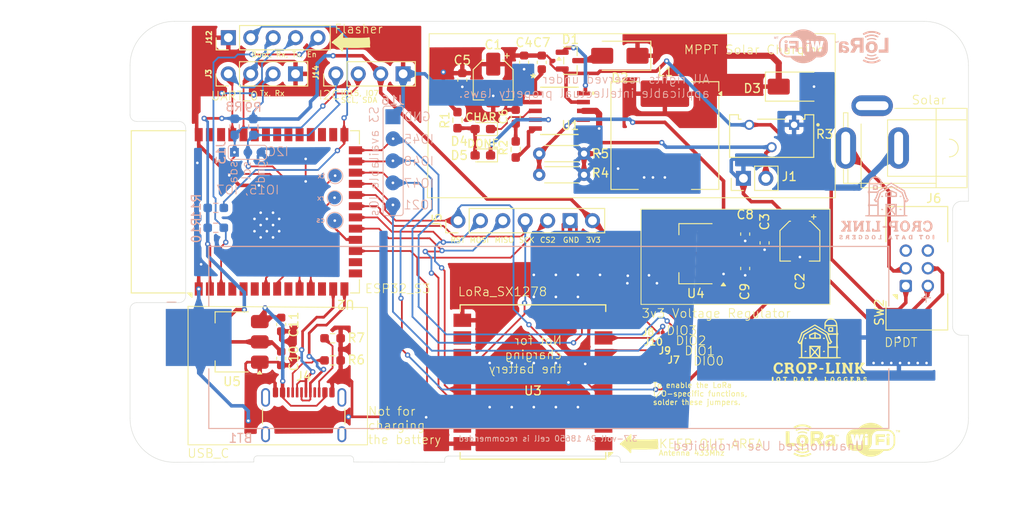
<source format=kicad_pcb>
(kicad_pcb (version 20241229) (generator "pcbnew") (generator_version "9.0")
  (layers (0 "F.Cu" signal) (2 "B.Cu" signal) (13 "F.Paste" user) (15 "B.Paste" user) (5 "F.SilkS" user "F.Silkscreen") (7 "B.SilkS" user "B.Silkscreen") (1 "F.Mask" user) (3 "B.Mask" user) (25 "Edge.Cuts" user))
  (net 0 "")
  (net 1 "/V_Solar")
  (net 2 "GND")
  (net 3 "/<NO NET>")
  (net 4 "Net-(C6-Pad2)")
  (net 5 "Net-(U1-VG)")
  (net 6 "/V_load_sw")
  (net 7 "/3v3_vin")
  (net 8 "Net-(U5-VI)")
  (net 9 "Net-(D1-common)")
  (net 10 "Net-(D1-A1)")
  (net 11 "Net-(D2-K)")
  (net 12 "Net-(D4-K)")
  (net 13 "Net-(D4-A)")
  (net 14 "Net-(D5-K)")
  (net 15 "/SPI_CLK")
  (net 16 "/SPI_SO")
  (net 17 "/SPI_SI")
  (net 18 "/SPI_CS2")
  (net 19 "/HOST_HRDY2")
  (net 20 "/HOST_HRDY")
  (net 21 "/SPI_CS")
  (net 22 "/I2C_SDA")
  (net 23 "/I2C_SCL")
  (net 24 "/S3_IO48")
  (net 25 "/S3_IO21")
  (net 26 "/S3_IO45")
  (net 27 "/S3_IO47")
  (net 28 "Net-(U1-CSP)")
  (net 29 "Net-(U1-COM)")
  (net 30 "Net-(J4-CC1)")
  (net 31 "Net-(J4-CC2)")
  (net 32 "/V_solar_sw")
  (net 33 "/D-")
  (net 40 "/D+")
  (net 45 "/rx0")
  (net 47 "/rx")
  (net 49 "/tx0")
  (net 51 "/tx")
  (net 58 "Net-(J1-Pin_2)")
  (net 62 "Net-(J7-Pin_1)")
  (net 63 "Net-(J8-Pin_2)")
  (net 64 "Net-(J9-Pin_1)")
  (net 65 "Net-(J10-Pin_2)")
  (net 66 "/Boot")
  (net 67 "/EN")
  (footprint "Capacitor_SMD:C_0603_1608Metric" (layer "F.Cu") (at 171.45 139.275 -90)
    (property "Reference" "C9")
    (property "Value" "4.7uf")
  )
  (footprint "Package_TO_SOT_SMD:SOT-23" (layer "F.Cu") (at 151.65 115.7)
    (property "Reference" "D1")
    (property "Value" "3407A MOSFet")
  )
  (footprint "Resistor_THT:R_Axial_DIN0204_L3.6mm_D1.6mm_P5.08mm_Horizontal" (layer "F.Cu") (at 153.19 128.65 180)
    (property "Reference" "R4")
    (property "Value" "2.4E")
  )
  (footprint "LED_SMD:LED_0603_1608Metric_Pad1.05x0.95mm_HandSolder" (layer "F.Cu") (at 141.725 123.46 180)
    (property "Reference" "D4")
    (property "Value" "CHAR")
  )
  (footprint "Connector_USB:USB_C_Receptacle_GCT_USB4105-xx-A_16P_TopMnt_Horizontal" (layer "F.Cu") (at 121.43 157.005)
    (property "Reference" "J4")
    (property "Value" "2171790001")
  )
  (footprint "Capacitor_SMD:C_0603_1608Metric" (layer "F.Cu") (at 139.4 117.9 -90)
    (property "Reference" "C5")
    (property "Value" "470nf")
  )
  (footprint "Capacitor_SMD:C_0603_1608Metric" (layer "F.Cu") (at 118.875 149.475 -90)
    (property "Reference" "C10")
    (property "Value" "4.7uf")
  )
  (footprint "Inductor_SMD:L_Coilcraft_MSS1210-XXX" (layer "F.Cu") (at 162.35 124.2 -90)
    (property "Reference" "L1")
    (property "Value" "47uh")
  )
  (footprint "Button_Switch_THT:DPDT_switch_angled" (layer "F.Cu") (at 189.15 141.25 90)
    (property "Reference" "SW2")
    (property "Value" "SW_Push_DPDT")
  )
  (footprint "Connector_PinHeader_2.54mm:PinHeader_1x04_P2.54mm_Vertical" (layer "F.Cu") (at 125.07 117.2 90)
    (property "Reference" "J14")
    (property "Value" "532530470")
  )
  (footprint "Connector_PinHeader_2.54mm:PinHeader_1x02_P2.54mm_Vertical" (layer "F.Cu") (at 171.25 129.05 90)
    (property "Reference" "J1")
    (property "Value" "1.205volt")
  )
  (footprint "LoRa_Link:Arrow" (layer "F.Cu") (at 159.5 159.15 180)
    (property "Reference" "G***")
    (property "Value" "LOGO" (hide yes))
  )
  (footprint "Connector_PinHeader_2.54mm:PinHeader_1x07_P2.54mm_Vertical" (layer "F.Cu") (at 138.91 133.85 90)
    (property "Reference" "J5")
    (property "Value" "Conn_01x07_Female")
  )
  (footprint "MountingHole:MountingHole_2.5mm" (layer "F.Cu") (at 106.75 116.25)
    (property "Reference" "H1")
    (property "Value" "MountingHole")
  )
  (footprint "Resistor_SMD:R_0603_1608Metric_Pad0.98x0.95mm_HandSolder" (layer "F.Cu") (at 145.45 125.775 -90)
    (property "Reference" "R2")
    (property "Value" "120E")
  )
  (footprint "Capacitor_SMD:CP_Elec_4x5.4" (layer "F.Cu") (at 177.65 136.175 -90)
    (property "Reference" "C2")
    (property "Value" "10 uf C_Polarized")
  )
  (footprint "Capacitor_SMD:C_0603_1608Metric" (layer "F.Cu") (at 146.4 115.9 -90)
    (property "Reference" "C4")
    (property "Value" "4.7uf")
  )
  (footprint "RF_Module:Ai-Thinker-Ra-01-LoRa" (layer "F.Cu") (at 147.4 152.15 180)
    (property "Reference" "U3")
    (property "Value" "Ai-Thinker-Ra-02")
  )
  (footprint "Capacitor_SMD:C_0201_0603Metric" (layer "F.Cu") (at 163.85 148.55)
    (property "Reference" "J9")
    (property "Value" "Conn_01x02")
  )
  (footprint "Resistor_SMD:R_0603_1608Metric_Pad0.98x0.95mm_HandSolder" (layer "F.Cu") (at 138.85 122.45 90)
    (property "Reference" "R1")
    (property "Value" "10K")
  )
  (footprint "Capacitor_SMD:CP_Elec_4x5.4" (layer "F.Cu") (at 142.9 117.9 -90)
    (property "Reference" "C1")
    (property "Value" "10 uf C_Polarized")
  )
  (footprint "Connector_PinHeader_2.54mm:PinHeader_1x04_P2.54mm_Vertical" (layer "F.Cu") (at 112.88 117.2 90)
    (property "Reference" "J3")
    (property "Value" "UART0")
  )
  (footprint "LoRa_Link:Arrow" (layer "F.Cu") (at 126.85 113.6 180)
    (property "Reference" "G***")
    (property "Value" "LOGO" (hide yes))
  )
  (footprint "Capacitor_SMD:C_0603_1608Metric" (layer "F.Cu") (at 118.875 145.625 -90)
    (property "Reference" "C11")
    (property "Value" "4.7uf")
  )
  (footprint "RF_Module:ESP32-S3-WROOM-1" (layer "F.Cu") (at 114.79 132.85 90)
    (property "Reference" "U2")
    (property "Value" "ESP32-S3-WROOM-1")
  )
  (footprint "LoRa_Link:12Volt_Socket" (layer "F.Cu") (at 185.8375 125.6125 180)
    (property "Reference" "J6")
    (property "Value" "MJ-179PH")
  )
  (footprint "Capacitor_SMD:C_0201_0603Metric" (layer "F.Cu") (at 164.8 149.55)
    (property "Reference" "J7")
    (property "Value" "Conn_01x02")
  )
  (footprint "LoRa_Link:cn3763A" (layer "F.Cu") (at 150.4 121.4)
    (property "Reference" "U1")
    (property "Value" "CN3791")
  )
  (footprint "Package_TO_SOT_SMD:SOT-223-3_TabPin2" (layer "F.Cu") (at 165.85 137.6 180)
    (property "Reference" "U4")
    (property "Value" "AP2114H-3.3")
  )
  (footprint "Capacitor_SMD:C_0201_0603Metric" (layer "F.Cu") (at 162.8 147.55 180)
    (property "Reference" "J10")
    (property "Value" "Conn_01x02")
  )
  (footprint "Resistor_SMD:R_0603_1608Metric_Pad0.98x0.95mm_HandSolder" (layer "F.Cu") (at 124.7 149.7 180)
    (property "Reference" "R6")
    (property "Value" "5.1K")
  )
  (footprint "Capacitor_SMD:C_0603_1608Metric" (layer "F.Cu") (at 145.45 122.075 -90)
    (property "Reference" "C6")
    (property "Value" "220nf")
  )
  (footprint "MountingHole:MountingHole_2.5mm" (layer "F.Cu") (at 191.75 116.25)
    (property "Reference" "H3")
    (property "Value" "MountingHole")
  )
  (footprint "LoRa_Link:LoRa6" (layer "F.Cu") (at 179.05 158.8)
    (property "Reference" "G***")
    (property "Value" "LOGO" (hide yes))
  )
  (footprint "MountingHole:MountingHole_2.5mm" (layer "F.Cu") (at 106.75 156.25)
    (property "Reference" "H2")
    (property "Value" "MountingHole")
  )
  (footprint "LoRa_Link:50K_preset" (layer "F.Cu") (at 174.45 124.25 180)
    (property "Reference" "R3")
    (property "Value" "50K")
  )
  (footprint "Diode_SMD:D_SMA" (layer "F.Cu") (at 177.25 118.65)
    (property "Reference" "D3")
    (property "Value" "SS34")
  )
  (footprint "Package_TO_SOT_SMD:SOT-223-3_TabPin2" (layer "F.Cu") (at 113.3 147.6 180)
    (property "Reference" "U5")
    (property "Value" "AP2114H-3.3")
  )
  (footprint "MountingHole:MountingHole_2.5mm" (layer "F.Cu") (at 191.75 156.25)
    (property "Reference" "H4")
    (property "Value" "MountingHole")
  )
  (footprint "LoRa_Link:crop_link20" (layer "F.Cu") (at 179.843083 148.597249)
    (property "Reference" "G***")
    (property "Value" "LOGO" (hide yes))
  )
  (footprint "Capacitor_SMD:C_0603_1608Metric" (layer "F.Cu") (at 148.4 115.9 -90)
    (property "Reference" "C7")
    (property "Value" "100nf")
  )
  (footprint "Resistor_SMD:R_0603_1608Metric_Pad0.98x0.95mm_HandSolder" (layer "F.Cu") (at 124.7 147.19 180)
    (property "Reference" "R7")
    (property "Value" "5.1K")
  )
  (footprint "LoRa_Link:wifi7" (layer "F.Cu") (at 185.801318 158.700837)
    (property "Reference" "G***")
    (property "Value" "LOGO" (hide yes))
  )
  (footprint "Diode_SMD:D_SMA" (layer "F.Cu") (at 157.25 115.15 180)
    (property "Reference" "D2")
    (property "Value" "SS34")
  )
  (footprint "Resistor_THT:R_Axial_DIN0204_L3.6mm_D1.6mm_P5.08mm_Horizontal" (layer "F.Cu") (at 153.19 126.25 180)
    (property "Reference" "R5")
    (property "Value" "2.4E")
  )
  (footprint "Capacitor_SMD:C_0603_1608Metric" (layer "F.Cu") (at 173.65 136.375 -90)
    (property "Reference" "C3")
    (property "Value" "4.7uf")
  )
  (footprint "Capacitor_SMD:C_0603_1608Metric" (layer "F.Cu") (at 171.45 135.375 -90)
    (property "Reference" "C8")
    (property "Value" "4.7uf")
  )
  (footprint "LED_SMD:LED_0603_1608Metric_Pad1.05x0.95mm_HandSolder" (layer "F.Cu") (at 141.725 126.45 180)
    (property "Reference" "D5")
    (property "Value" "Done")
  )
  (footprint "Capacitor_SMD:C_0201_0603Metric" (layer "F.Cu") (at 161.8 146.55 180)
    (property "Reference" "J8")
    (property "Value" "Conn_01x02")
  )
  (footprint "Connector_PinHeader_2.54mm:PinHeader_1x05_P2.54mm_Vertical" (layer "F.Cu") (at 112.89 113.1 90)
    (property "Reference" "J12")
    (property "Value" "flash")
  )
  (footprint "Resistor_SMD:R_0603_1608Metric_Pad0.98x0.95mm_HandSolder" (layer "B.Cu") (at 113.61 123.2125 -90)
    (property "Reference" "R8")
    (property "Value" "4.7k")
  )
  (footprint "LoRa_Link:crop_link20" (layer "B.Cu") (at 187.5 132.5 180)
    (property "Reference" "G***")
    (property "Value" "LOGO" (hide yes))
  )
  (footprint "" (layer "B.Cu") (at 124.95 133.85 180)
    (property "Reference" "")
    (property "Value" "")
  )
  (footprint "LoRa_Link:wifi7" (layer "B.Cu") (at 177.923682 114.075837 180)
    (property "Reference" "G***")
    (property "Value" "LOGO" (hide yes))
  )
  (footprint "Resistor_SMD:R_0603_1608Metric_Pad0.98x0.95mm_HandSolder" (layer "B.Cu") (at 111.4625 134.66)
    (property "Reference" "R10")
    (property "Value" "10K")
  )
  (footprint "Connector_PinHeader_2.54mm:PinHeader_1x03_P2.54mm_Vertical" (layer "B.Cu") (at 114.43 126.15 -90)
    (property "Reference" "J13")
    (property "Value" "Conn_01x03_Female")
  )
  (footprint "Resistor_SMD:R_0603_1608Metric_Pad0.98x0.95mm_HandSolder" (layer "B.Cu") (at 111.4625 132.4)
    (property "Reference" "R11")
    (property "Value" "10K")
  )
  (footprint "LoRa_Link:LoRa6" (layer "B.Cu") (at 184.675 114.175 180)
    (property "Reference" "G***")
    (property "Value" "LOGO" (hide yes))
  )
  (footprint "Connector_PinHeader_1.27mm:PinHeader_1x05_P1.27mm_Vertical" (layer "B.Cu") (at 131.5375 122.0625 180)
    (property "Reference" "J16")
    (property "Value" "Conn_01x05_Female")
  )
  (footprint "" (layer "B.Cu") (at 124.925 131.25)
    (property "Reference" "")
    (property "Value" "")
  )
  (footprint "" (layer "B.Cu") (at 124.9875 128.75)
    (property "Reference" "")
    (property "Value" "")
  )
  (footprint "LoRa_Link:18650_cell_holder" (layer "B.Cu") (at 149.2 147.1)
    (property "Reference" "BT1")
    (property "Value" "18650_cell_holder")
  )
  (footprint "Resistor_SMD:R_0603_1608Metric_Pad0.98x0.95mm_HandSolder" (layer "B.Cu") (at 115.72 123.2375 -90)
    (property "Reference" "R9")
    (property "Value" "4.7k")
  )
  (gr_line (start 128.65 159.275) (end 128.65 143.7) (stroke (width 0.1)) (layer "F.SilkS"))
  (gr_line (start 181.65 131.25) (end 135.45 131.25) (stroke (width 0.1)) (layer "F.SilkS"))
  (gr_line (start 181.05 143.35) (end 181.05 132.55) (stroke (width 0.1)) (layer "F.SilkS"))
  (gr_line (start 128.65 143.7) (end 108.325 143.575) (stroke (width 0.1)) (layer "F.SilkS"))
  (gr_line (start 135.65 112.65) (end 181.65 112.65) (stroke (width 0.1)) (layer "F.SilkS"))
  (gr_line (start 159.65 143.35) (end 181.05 143.35) (stroke (width 0.1)) (layer "F.SilkS"))
  (gr_line (start 135.45 131.25) (end 135.65 112.65) (stroke (width 0.1)) (layer "F.SilkS"))
  (gr_line (start 108.325 159.275) (end 128.65 159.275) (stroke (width 0.1)) (layer "F.SilkS"))
  (gr_line (start 108.325 143.575) (end 108.325 159.275) (stroke (width 0.1)) (layer "F.SilkS"))
  (gr_line (start 181.65 112.65) (end 181.65 131.25) (stroke (width 0.1)) (layer "F.SilkS"))
  (gr_line (start 181.05 132.55) (end 159.65 132.55) (stroke (width 0.1)) (layer "F.SilkS"))
  (gr_line (start 159.65 132.55) (end 159.65 143.35) (stroke (width 0.1)) (layer "F.SilkS"))
  (gr_circle (center 124.95 131.298531) (end 125.6 130.748531) (stroke (width 0.1)) (fill no) (layer "B.SilkS"))
  (gr_circle (center 124.95 133.85) (end 124.45 133.05) (stroke (width 0.1)) (fill no) (layer "B.SilkS"))
  (gr_circle (center 125 128.8) (end 125.85 128.7) (stroke (width 0.1)) (fill no) (layer "B.SilkS"))
  (gr_arc (start 102.5 122.6) (mid 101.96967 122.38033) (end 101.75 121.85) (stroke (width 0.05)) (layer "Edge.Cuts"))
  (gr_arc (start 107.3 122.6) (mid 107.83033 122.81967) (end 108.05 123.35) (stroke (width 0.05)) (layer "Edge.Cuts"))
  (gr_line (start 157.3 160.95) (end 157.3 161.25) (stroke (width 0.05)) (layer "Edge.Cuts"))
  (gr_line (start 137.4 160.925) (end 137.4 161.25) (stroke (width 0.05)) (layer "Edge.Cuts"))
  (gr_arc (start 126.68 160.525) (mid 126.962843 160.642157) (end 127.08 160.925) (stroke (width 0.05)) (layer "Edge.Cuts"))
  (gr_arc (start 108.05 142.4) (mid 107.83033 142.93033) (end 107.3 143.15) (stroke (width 0.05)) (layer "Edge.Cuts"))
  (gr_arc (start 156.9 160.55) (mid 157.182843 160.667157) (end 157.3 160.95) (stroke (width 0.05)) (layer "Edge.Cuts"))
  (gr_line (start 126.68 160.525) (end 116.18 160.525) (stroke (width 0.05)) (layer "Edge.Cuts"))
  (gr_line (start 106.75 161.25) (end 115.78 161.225) (stroke (width 0.05)) (layer "Edge.Cuts"))
  (gr_arc (start 194.95 132.65) (mid 195.208547 131.978995) (end 195.850496 131.654963) (stroke (width 0.05)) (layer "Edge.Cuts"))
  (gr_line (start 195.95 146.85) (end 196.75 146.85) (stroke (width 0.05)) (layer "Edge.Cuts"))
  (gr_arc (start 191.75 111.25) (mid 195.285534 112.714466) (end 196.75 116.25) (stroke (width 0.05)) (layer "Edge.Cuts"))
  (gr_arc (start 115.78 160.925) (mid 115.897157 160.642157) (end 116.18 160.525) (stroke (width 0.05)) (layer "Edge.Cuts"))
  (gr_line (start 196.75 116.25) (end 196.75 131.65) (stroke (width 0.05)) (layer "Edge.Cuts"))
  (gr_line (start 115.78 160.925) (end 115.78 161.225) (stroke (width 0.05)) (layer "Edge.Cuts"))
  (gr_arc (start 196.75 156.25) (mid 195.285534 159.785534) (end 191.75 161.25) (stroke (width 0.05)) (layer "Edge.Cuts"))
  (gr_line (start 102.5 122.6) (end 107.3 122.6) (stroke (width 0.05)) (layer "Edge.Cuts"))
  (gr_line (start 195.850495 131.654963) (end 196.75 131.65) (stroke (width 0.05)) (layer "Edge.Cuts"))
  (gr_line (start 157.3 161.25) (end 191.75 161.25) (stroke (width 0.05)) (layer "Edge.Cuts"))
  (gr_line (start 127.08 160.925) (end 127.08 161.225) (stroke (width 0.05)) (layer "Edge.Cuts"))
  (gr_arc (start 101.75 116.25) (mid 103.214466 112.714466) (end 106.75 111.25) (stroke (width 0.05)) (layer "Edge.Cuts"))
  (gr_line (start 194.95 132.65) (end 194.95 145.85) (stroke (width 0.05)) (layer "Edge.Cuts"))
  (gr_line (start 107.3 143.15) (end 102.5 143.15) (stroke (width 0.05)) (layer "Edge.Cuts"))
  (gr_arc (start 106.75 161.25) (mid 103.214466 159.785534) (end 101.75 156.25) (stroke (width 0.05)) (layer "Edge.Cuts"))
  (gr_line (start 108.05 123.35) (end 108.05 142.4) (stroke (width 0.05)) (layer "Edge.Cuts"))
  (gr_line (start 196.75 146.85) (end 196.75 156.25) (stroke (width 0.05)) (layer "Edge.Cuts"))
  (gr_arc (start 101.75 143.9) (mid 101.96967 143.36967) (end 102.5 143.15) (stroke (width 0.05)) (layer "Edge.Cuts"))
  (gr_arc (start 195.95 146.85) (mid 195.242893 146.557107) (end 194.95 145.85) (stroke (width 0.05)) (layer "Edge.Cuts"))
  (gr_line (start 101.75 143.9) (end 101.75 156.25) (stroke (width 0.05)) (layer "Edge.Cuts"))
  (gr_line (start 101.75 116.25) (end 101.75 121.85) (stroke (width 0.05)) (layer "Edge.Cuts"))
  (gr_line (start 127.08 161.225) (end 137.4 161.25) (stroke (width 0.05)) (layer "Edge.Cuts"))
  (gr_line (start 156.9 160.55) (end 137.8 160.55) (stroke (width 0.05)) (layer "Edge.Cuts"))
  (gr_arc (start 137.4 160.925) (mid 137.525587 160.6579) (end 137.8 160.54922) (stroke (width 0.05)) (layer "Edge.Cuts"))
  (gr_line (start 191.75 111.25) (end 106.75 111.25) (stroke (width 0.05)) (layer "Edge.Cuts"))
  (gr_text "MOSI\n" (at 140.18 136.4 0) (layer "F.SilkS") (effects (font (size 0.6 0.6) (thickness 0.1)) (justify left bottom)))
  (gr_text "DIO3\n" (at 162.45 146.9 0) (layer "F.SilkS") (effects (font (size 1 1) (thickness 0.1)) (justify left bottom)))
  (gr_text "Antenna 433Mhz" (at 161.6 160.55 0) (layer "F.SilkS") (effects (font (size 0.6 0.6) (thickness 0.1)) (justify left bottom)))
  (gr_text "Flasher" (at 124.85 112.7 0) (layer "F.SilkS") (effects (font (size 1 1) (thickness 0.1)) (justify left bottom)))
  (gr_text "CS2" (at 148.15 136.4 0) (layer "F.SilkS") (effects (font (size 0.6 0.6) (thickness 0.1)) (justify left bottom)))
  (gr_text "DIO1" (at 164.5 149.2 0) (layer "F.SilkS") (effects (font (size 1 1) (thickness 0.1)) (justify left bottom)))
  (gr_text "DONE\n" (at 139.85 125.65 0) (layer "F.SilkS") (effects (font (size 0.9 0.9)) (justify left bottom)))
  (gr_text "MISO" (at 143 136.4 0) (layer "F.SilkS") (effects (font (size 0.6 0.6) (thickness 0.1)) (justify left bottom)))
  (gr_text "SCL, SDA" (at 125.6 120.525 0) (layer "F.SilkS") (effects (font (size 0.6 0.6) (thickness 0.1)) (justify left bottom)))
  (gr_text "GND" (at 150.75 136.4 0) (layer "F.SilkS") (effects (font (size 0.6 0.6) (thickness 0.1)) (justify left bottom)))
  (gr_text "MPPT Solar Charging " (at 164.45 115.05 0) (layer "F.SilkS") (effects (font (size 1 1) (thickness 0.1)) (justify left bottom)))
  (gr_text "Boot, Rx, Tx, En" (at 115.45 115.35 0) (layer "F.SilkS") (effects (font (size 0.6 0.6) (thickness 0.1)) (justify left bottom)))
  (gr_text "To enable the LoRa \nI/O-specific functions, \nsolder these jumpers." (at 160.95 154.8 0) (layer "F.SilkS") (effects (font (size 0.6 0.6) (thickness 0.1)) (justify left bottom)))
  (gr_text "IO15, IO7" (at 125.575 119.75 0) (layer "F.SilkS") (effects (font (size 0.6 0.6) (thickness 0.1)) (justify left bottom)))
  (gr_text "UART_0\n" (at 110.85 120.3 0) (layer "F.SilkS") (effects (font (size 1 1) (thickness 0.1)) (justify left bottom)))
  (gr_text "CHAR\n" (at 139.65 122.65 0) (layer "F.SilkS") (effects (font (size 0.9 0.9) (thickness 0.15) (bold yes)) (justify left bottom)))
  (gr_text "USB_C\n" (at 108.175 160.825 0) (layer "F.SilkS") (effects (font (size 1 1) (thickness 0.1)) (justify left bottom)))
  (gr_text "Tx, Rx" (at 116.4 119.75 0) (layer "F.SilkS") (effects (font (size 0.6 0.6) (thickness 0.1)) (justify left bottom)))
  (gr_text "ESP32_S3\n" (at 128.3 142.15 0) (layer "F.SilkS") (effects (font (size 1 1) (thickness 0.1)) (justify left bottom)))
  (gr_text "DPDT\n" (at 187.15 148.25 0) (layer "F.SilkS") (effects (font (size 1 1) (thickness 0.1)) (justify left bottom)))
  (gr_text "KEEP OUT AREA\n" (at 161.605181 159.75 0) (layer "F.SilkS") (effects (font (size 1 1) (thickness 0.1)) (justify left bottom)))
  (gr_text "DIO2\n" (at 163.5 148.05 0) (layer "F.SilkS") (effects (font (size 1 1) (thickness 0.1)) (justify left bottom)))
  (gr_text "LoRa_SX1278\n" (at 138.85 142.5 0) (layer "F.SilkS") (effects (font (size 1 1) (thickness 0.1)) (justify left bottom)))
  (gr_text "Not for \ncharging \nthe battery" (at 150.75 151.25 0) (layer "F.SilkS") (effects (font (size 1 1) (thickness 0.1)) (justify left bottom mirror)))
  (gr_text "DIO0" (at 165.5 150.35 0) (layer "F.SilkS") (effects (font (size 1 1) (thickness 0.1)) (justify left bottom)))
  (gr_text "3V3" (at 153.35 136.4 0) (layer "F.SilkS") (effects (font (size 0.6 0.6) (thickness 0.1)) (justify left bottom)))
  (gr_text "I2C\n" (at 123.05 120.2 0) (layer "F.SilkS") (effects (font (size 1 1) (thickness 0.1)) (justify left bottom)))
  (gr_text "RST" (at 138 136.4 0) (layer "F.SilkS") (effects (font (size 0.6 0.6) (thickness 0.1)) (justify left bottom)))
  (gr_text "3v3 Voltage Regulator " (at 159.65 144.95 0) (layer "F.SilkS") (effects (font (size 1 1) (thickness 0.1)) (justify left bottom)))
  (gr_text "SCK" (at 145.75 136.4 0) (layer "F.SilkS") (effects (font (size 0.6 0.6) (thickness 0.1)) (justify left bottom)))
  (gr_text "Solar\n" (at 190.25 120.75 0) (layer "F.SilkS") (effects (font (size 1 1) (thickness 0.1)) (justify left bottom)))
  (gr_text "Not for \ncharging \nthe battery" (at 128.65 159.275 0) (layer "F.SilkS") (effects (font (size 1 1) (thickness 0.1)) (justify left bottom)))
  (gr_text "I2C" (at 119.8 126.6 0) (layer "B.SilkS") (effects (font (size 1 1) (thickness 0.1)) (justify left bottom mirror)))
  (gr_text "IO45\n" (at 136.25 125.2 0) (layer "B.SilkS") (effects (font (size 1 1) (thickness 0.1)) (justify left bottom mirror)))
  (gr_text "sda" (at 114 127 90) (layer "B.SilkS") (effects (font (size 1 1) (thickness 0.1)) (justify left bottom mirror)))
  (gr_text "S3 available IOs" (at 130 120.8 90) (layer "B.SilkS") (effects (font (size 1 1) (thickness 0.1)) (justify left bottom mirror)))
  (gr_text "All rights reserved under \napplicable intellectual property laws." (at 167.5 120 0) (layer "B.SilkS") (effects (font (size 1 1) (thickness 0.1)) (justify left bottom mirror)))
  (gr_text "IO21" (at 136.2 132.65 0) (layer "B.SilkS") (effects (font (size 1 1) (thickness 0.1)) (justify left bottom mirror)))
  (gr_text "gnd\n" (at 117.1 126.9 90) (layer "B.SilkS") (effects (font (size 1 1) (thickness 0.1)) (justify left bottom mirror)))
  (gr_text "scl" (at 115.5 127.025 90) (layer "B.SilkS") (effects (font (size 1 1) (thickness 0.1)) (justify left bottom mirror)))
  (gr_text "Unauthorized Use Prohibited\n" (at 185 160 0) (layer "B.SilkS") (effects (font (size 1 1) (thickness 0.1)) (justify left bottom mirror)))
  (gr_text "IO47\n" (at 136.25 130.2 0) (layer "B.SilkS") (effects (font (size 1 1) (thickness 0.1)) (justify left bottom mirror)))
  (gr_text "IO15, IO7\n" (at 118.725 130.95 0) (layer "B.SilkS") (effects (font (size 1 1) (thickness 0.1)) (justify left bottom mirror)))
  (gr_text "IO48\n\n" (at 136.25 129.3 0) (layer "B.SilkS") (effects (font (size 1 1) (thickness 0.1)) (justify left bottom mirror)))
  (gr_text "cs" (at 123.9 134.12 -0) (layer "B.SilkS") (effects (font (size 0.6 0.6) (thickness 0.1)) (justify left bottom mirror)))
  (gr_text "tx" (at 123.9 129.1 -0) (layer "B.SilkS") (effects (font (size 0.6 0.6) (thickness 0.1)) (justify left bottom mirror)))
  (gr_text "GND\n" (at 135.9 122.65 0) (layer "B.SilkS") (effects (font (size 1 1) (thickness 0.1)) (justify left bottom mirror)))
  (gr_text "rx" (at 123.867499 131.62 -0) (layer "B.SilkS") (effects (font (size 0.6 0.6) (thickness 0.1)) (justify left bottom mirror)))
  (gr_text "3.7-volt 2A 18650 cell is recommended" (at 159.3 158.95 0) (layer "B.SilkS") (effects (font (size 0.65 0.65) (thickness 0.1)) (justify left bottom mirror)))
  (segment (start 151.15 117.0875) (end 151.15 119.8) (width 0.4) (layer "F.Cu") (net 1))
  (segment (start 149.4 116.1) (end 149.95 116.65) (width 0.254) (layer "F.Cu") (net 1))
  (segment (start 138.85 121.5375) (end 137.25 119.9375) (width 0.4) (layer "F.Cu") (net 1))
  (segment (start 189.65 143.15) (end 188.85 143.95) (width 0.4) (layer "F.Cu") (net 1))
  (segment (start 186.95 143.95) (end 181.2 138.2) (width 0.4) (layer "F.Cu") (net 1))
  (segment (start 137.25 119.9375) (end 137.25 117) (width 0.4) (layer "F.Cu") (net 1))
  (segment (start 151.2125 117.15) (end 154.75 117.15) (width 0.4) (layer "F.Cu") (net 1))
  (segment (start 149.95 116.65) (end 150.7125 116.65) (width 0.254) (layer "F.Cu") (net 1))
  (segment (start 154.75 117.15) (end 155 116.9) (width 0.4) (layer "F.Cu") (net 1))
  (segment (start 155 116.9) (end 161.4 116.9) (width 0.4) (layer "F.Cu") (net 1))
  (segment (start 189.65 141.25) (end 189.65 143.15) (width 0.4) (layer "F.Cu") (net 1))
  (segment (start 188.85 143.95) (end 186.95 143.95) (width 0.4) (layer "F.Cu") (net 1))
  (segment (start 149.4 115.55) (end 149.4 116.1) (width 0.254) (layer "F.Cu") (net 1))
  (segment (start 148.975 115.125) (end 149.4 115.55) (width 0.254) (layer "F.Cu") (net 1))
  (segment (start 181.2 138.2) (end 181.2 129.85) (width 0.4) (layer "F.Cu") (net 1))
  (segment (start 150.7125 116.65) (end 151.15 117.0875) (width 0.4) (layer "F.Cu") (net 1))
  (segment (start 148.4 115.125) (end 148.975 115.125) (width 0.254) (layer "F.Cu") (net 1))
  (segment (start 151.15 119.8) (end 151.749999 120.399999) (width 0.4) (layer "F.Cu") (net 1))
  (segment (start 181.2 129.85) (end 174.33 122.98) (width 0.4) (layer "F.Cu") (net 1))
  (segment (start 151.749999 120.399999) (end 153.12415 120.399999) (width 0.4) (layer "F.Cu") (net 1))
  (segment (start 150.7125 116.65) (end 151.2125 117.15) (width 0.4) (layer "F.Cu") (net 1))
  (segment (start 161.4 116.9) (end 162.55 115.75) (width 0.4) (layer "F.Cu") (net 1))
  (segment (start 174.33 122.98) (end 171.91 122.98) (width 0.4) (layer "F.Cu") (net 1))
  (via (at 137.25 117) (size 0.6) (drill 0.3) (layers "F.Cu" "B.Cu") (net 1))
  (via (at 162.55 115.75) (size 0.6) (drill 0.3) (layers "F.Cu" "B.Cu") (net 1))
  (segment (start 162.55 115.75) (end 169.78 122.98) (width 0.4) (layer "B.Cu") (net 1))
  (segment (start 169.78 122.98) (end 171.91 122.98) (width 0.4) (layer "B.Cu") (net 1))
  (segment (start 117.95 152) (end 117.75 152) (width 0.3) (layer "F.Cu") (net 2))
  (segment (start 109.53 125.25) (end 112.99 128.71) (width 0.4) (layer "F.Cu") (net 2))
  (segment (start 153.05 156.4) (end 153.05 156.35) (width 0.4) (layer "F.Cu") (net 2))
  (segment (start 112.15 119.45) (end 112.15 119.4) (width 0.2) (layer "F.Cu") (net 2))
  (segment (start 115.025 149.9) (end 114.85 150.075) (width 0.3) (layer "F.Cu") (net 2))
  (segment (start 118.23 153.325) (end 118.23 152.28) (width 0.3) (layer "F.Cu") (net 2))
  (segment (start 151.61 133.85) (end 151.225 133.85) (width 0.3) (layer "F.Cu") (net 2))
  (segment (start 109.53 124.1) (end 109.53 127.145) (width 0.4) (layer "F.Cu") (net 2))
  (segment (start 151.225 133.85) (end 150.8 134.275) (width 0.3) (layer "F.Cu") (net 2))
  (segment (start 109.53 141.6) (end 109.53 139.07) (width 0.4) (layer "F.Cu") (net 2))
  (segment (start 155.4 157.15) (end 153.8 157.15) (width 0.4) (layer "F.Cu") (net 2))
  (segment (start 109.53 139.07) (end 109.8 138.8) (width 0.4) (layer "F.Cu") (net 2))
  (segment (start 112.99 128.71) (end 114.13 129.85) (width 0.4) (layer "F.Cu") (net 2))
  (segment (start 126.95 156.1) (end 135.25 156.1) (width 0.3) (layer "F.Cu") (net 2))
  (segment (start 118.05 152.1) (end 117.95 152) (width 0.3) (layer "F.Cu") (net 2))
  (segment (start 109.3 123.87) (end 109.3 119.45) (width 0.4) (layer "F.Cu") (net 2))
  (segment (start 124.63 152.22) (end 125.15 151.7) (width 0.3) (layer "F.Cu") (net 2))
  (segment (start 171.25 130.8) (end 171.25 129.05) (width 0.4) (layer "F.Cu") (net 2))
  (segment (start 124.63 153.325) (end 124.63 152.22) (width 0.3) (layer "F.Cu") (net 2))
  (segment (start 152.25 134.45) (end 152.325 134.525) (width 0.3) (layer "F.Cu") (net 2))
  (segment (start 151.61 133.85) (end 151.65 133.85) (width 0.3) (layer "F.Cu") (net 2))
  (segment (start 175.4 132.6) (end 174.5 131.7) (width 0.4) (layer "F.Cu") (net 2))
  (segment (start 126.9 152.1) (end 126.9 156.05) (width 0.3) (layer "F.Cu") (net 2))
  (segment (start 177.65 137.975) (end 175.4 135.725) (width 0.4) (layer "F.Cu") (net 2))
  (segment (start 135.25 156.1) (end 135.3 156.15) (width 0.3) (layer "F.Cu") (net 2))
  (segment (start 118.525 149.9) (end 118.875 150.25) (width 0.3) (layer "F.Cu") (net 2))
  (segment (start 126.5 156.1) (end 126.95 156.1) (width 0.3) (layer "F.Cu") (net 2))
  (segment (start 109.53 124.1) (end 109.3 123.87) (width 0.4) (layer "F.Cu") (net 2))
  (segment (start 126.5 151.7) (end 126.9 152.1) (width 0.3) (layer "F.Cu") (net 2))
  (segment (start 109.53 141.6) (end 109.6 141.67) (width 0.4) (layer "F.Cu") (net 2))
  (segment (start 158.1 140.95) (end 161.45 140.95) (width 0.4) (layer "F.Cu") (net 2))
  (segment (start 114.13 129.85) (end 116.35 129.85) (width 0.4) (layer "F.Cu") (net 2))
  (segment (start 109.53 124.1) (end 109.53 125.25) (width 0.4) (layer "F.Cu") (net 2))
  (segment (start 160.5 140.1) (end 160.55 140.05) (width 0.4) (layer "F.Cu") (net 2))
  (segment (start 121.65 126.85) (end 121.65 129.4) (width 0.2) (layer "F.Cu") (net 2))
  (segment (start 114.85 150.075) (end 114.85 150.675) (width 0.3) (layer "F.Cu") (net 2))
  (segment (start 150.8 134.275) (end 150.8 135.45) (width 0.3) (layer "F.Cu") (net 2))
  (segment (start 175.4 135.725) (end 175.4 132.6) (width 0.4) (layer "F.Cu") (net 2))
  (segment (start 118.23 152.28) (end 118.05 152.1) (width 0.3) (layer "F.Cu") (net 2))
  (segment (start 109.53 127.145) (end 109.375 127.3) (width 0.4) (layer "F.Cu") (net 2))
  (segment (start 151.65 133.85) (end 152.25 134.45) (width 0.3) (layer "F.Cu") (net 2))
  (segment (start 116.45 149.9) (end 118.525 149.9) (width 0.3) (layer "F.Cu") (net 2))
  (segment (start 172.15 131.7) (end 171.25 130.8) (width 0.4) (layer "F.Cu") (net 2))
  (segment (start 152.325 134.525) (end 152.325 135.4) (width 0.3) (layer "F.Cu") (net 2))
  (segment (start 125.15 151.7) (end 126.5 151.7) (width 0.3) (layer "F.Cu") (net 2))
  (segment (start 116.45 149.9) (end 115.025 149.9) (width 0.3) (layer "F.Cu") (net 2))
  (segment (start 153.8 157.15) (end 153.05 156.4) (width 0.4) (layer "F.Cu") (net 2))
  (segment (start 126.9 156.05) (end 126.95 156.1) (width 0.3) (layer "F.Cu") (net 2))
  (segment (start 158.05 140.95) (end 158.1 140.95) (width 0.4) (layer "F.Cu") (net 2))
  (segment (start 158.15 140.1) (end 160.5 140.1) (width 0.4) (layer "F.Cu") (net 2))
  (segment (start 174.5 131.7) (end 172.15 131.7) (width 0.4) (layer "F.Cu") (net 2))
  (via (at 115.75 119.6) (size 0.6) (drill 0.3) (layers "F.Cu" "B.Cu") (net 2))
  (via (at 116.35 129.85) (size 0.6) (drill 0.3) (layers "F.Cu" "B.Cu") (net 2))
  (via (at 158.15 140.1) (size 0.6) (drill 0.3) (layers "F.Cu" "B.Cu") (net 2))
  (via (at 177.65 137.975) (size 0.6) (drill 0.3) (layers "F.Cu" "B.Cu") (net 2))
  (via (at 155 140) (size 0.6) (drill 0.3) (layers "F.Cu" "B.Cu") (net 2))
  (via (at 173.65 137.15) (size 0.6) (drill 0.3) (layers "F.Cu" "B.Cu") (net 2))
  (via (at 152.5 155) (size 0.6) (drill 0.3) (layers "F.Cu" "B.Cu") (net 2))
  (via (at 147.5 155) (size 0.6) (drill 0.3) (layers "F.Cu" "B.Cu") (net 2))
  (via (at 151.425 152.2) (size 0.6) (drill 0.3) (layers "F.Cu" "B.Cu") (net 2))
  (via (at 112.99 128.71) (size 0.6) (drill 0.3) (layers "F.Cu" "B.Cu") (net 2))
  (via (at 109.8 138.8) (size 0.6) (drill 0.3) (layers "F.Cu" "B.Cu") (net 2))
  (via (at 139.4 118.675) (size 0.6) (drill 0.3) (layers "F.Cu" "B.Cu") (net 2))
  (via (at 158.1 140.95) (size 0.6) (drill 0.3) (layers "F.Cu" "B.Cu") (net 2))
  (via (at 109.375 127.3) (size 0.6) (drill 0.3) (layers "F.Cu" "B.Cu") (net 2))
  (via (at 150 142.5) (size 0.6) (drill 0.3) (layers "F.Cu" "B.Cu") (net 2))
  (via (at 145 155) (size 0.6) (drill 0.3) (layers "F.Cu" "B.Cu") (net 2))
  (via (at 147.5 140) (size 0.6) (drill 0.3) (layers "F.Cu" "B.Cu") (net 2))
  (via (at 147.5 142.5) (size 0.6) (drill 0.3) (layers "F.Cu" "B.Cu") (net 2))
  (via (at 126.5 156.1) (size 0.6) (drill 0.3) (layers "F.Cu" "B.Cu") (net 2))
  (via (at 121.65 129.4) (size 0.6) (drill 0.3) (layers "F.Cu" "B.Cu") (net 2))
  (via (at 109.53 141.6) (size 0.6) (drill 0.3) (layers "F.Cu" "B.Cu") (net 2))
  (via (at 179.25 118.65) (size 0.6) (drill 0.3) (layers "F.Cu" "B.Cu") (net 2))
  (via (at 145 150) (size 0.6) (drill 0.3) (layers "F.Cu" "B.Cu") (net 2))
  (via (at 142.5 155) (size 0.6) (drill 0.3) (layers "F.Cu" "B.Cu") (net 2))
  (via (at 147.5 150) (size 0.6) (drill 0.3) (layers "F.Cu" "B.Cu") (net 2))
  (via (at 142.5 150) (size 0.6) (drill 0.3) (layers "F.Cu" "B.Cu") (net 2))
  (via (at 152.5 140) (size 0.6) (drill 0.3) (layers "F.Cu" "B.Cu") (net 2))
  (via (at 142.9 119.7) (size 0.6) (drill 0.3) (layers "F.Cu" "B.Cu") (net 2))
  (via (at 161.45 140.95) (size 0.6) (drill 0.3) (layers "F.Cu" "B.Cu") (net 2))
  (via (at 150 155) (size 0.6) (drill 0.3) (layers "F.Cu" "B.Cu") (net 2))
  (via (at 135.3 156.15) (size 0.6) (drill 0.3) (layers "F.Cu" "B.Cu") (net 2))
  (via (at 171.45 140.05) (size 0.6) (drill 0.3) (layers "F.Cu" "B.Cu") (net 2))
  (via (at 153.325 150.1) (size 0.6) (drill 0.3) (layers "F.Cu" "B.Cu") (net 2))
  (via (at 115.15 156.55) (size 0.6) (drill 0.3) (layers "F.Cu" "B.Cu") (net 2))
  (via (at 150 140) (size 0.6) (drill 0.3) (layers "F.Cu" "B.Cu") (net 2))
  (via (at 112.15 119.4) (size 0.6) (drill 0.3) (layers "F.Cu" "B.Cu") (net 2))
  (via (at 150 150) (size 0.6) (drill 0.3) (layers "F.Cu" "B.Cu") (net 2))
  (via (at 160.55 140.05) (size 0.6) (drill 0.3) (layers "F.Cu" "B.Cu") (net 2))
  (via (at 169 139.9) (size 0.6) (drill 0.3) (layers "F.Cu" "B.Cu") (net 2))
  (via (at 121.65 126.85) (size 0.6) (drill 0.3) (layers "F.Cu" "B.Cu") (net 2))
  (via (at 146.4 116.675) (size 0.6) (drill 0.3) (layers "F.Cu" "B.Cu") (net 2))
  (via (at 152.5 142.5) (size 0.6) (drill 0.3) (layers "F.Cu" "B.Cu") (net 2))
  (via (at 171.45 136.15) (size 0.6) (drill 0.3) (layers "F.Cu" "B.Cu") (net 2))
  (segment (start 170.65 129.05) (end 170.1 128.5) (width 0.4) (layer "B.Cu") (net 2))
  (segment (start 132.69 117.2) (end 135.15 117.2) (width 0.4) (layer "B.Cu") (net 2))
  (segment (start 116.25 126.5) (end 116.25 127.125) (width 0.3) (layer "B.Cu") (net 2))
  (segment (start 116.58 125.77) (end 116.625 125.725) (width 0.3) (layer "B.Cu") (net 2))
  (segment (start 113.25 154.85) (end 109.53 151.13) (width 0.4) (layer "B.Cu") (net 2))
  (segment (start 115.15 155.45) (end 114.55 154.85) (width 0.4) (layer "B.Cu") (net 2))
  (segment (start 170.025 126.875) (end 170.9 126.875) (width 0.4) (layer "B.Cu") (net 2))
  (segment (start 183.8 130.1) (end 180.6 130.1) (width 0.7) (layer "B.Cu") (net 2))
  (segment (start 170.1 128.5) (end 169.875 128.275) (width 0.4) (layer "B.Cu") (net 2))
  (segment (start 109.53 151.13) (end 109.53 147.1) (width 0.4) (layer "B.Cu") (net 2))
  (segment (start 132.69 120.91) (end 131.5375 122.0625) (width 0.4) (layer "B.Cu") (net 2))
  (segment (start 135.15 117.2) (end 136.9 118.95) (width 0.4) (layer "B.Cu") (net 2))
  (segment (start 153.325 150.1) (end 153.325 150.3) (width 0.7) (layer "B.Cu") (net 2))
  (segment (start 115.15 156.55) (end 115.15 155.45) (width 0.4) (layer "B.Cu") (net 2))
  (segment (start 139 118.95) (end 139.275 118.675) (width 0.4) (layer "B.Cu") (net 2))
  (segment (start 139.275 118.675) (end 139.4 118.675) (width 0.4) (layer "B.Cu") (net 2))
  (segment (start 171.25 129.05) (end 170.65 129.05) (width 0.4) (layer "B.Cu") (net 2))
  (segment (start 116.625 125.725) (end 116.65 125.7) (width 0.3) (layer "B.Cu") (net 2))
  (segment (start 132.69 117.2) (end 132.69 120.91) (width 0.4) (layer "B.Cu") (net 2))
  (segment (start 169.875 127.125) (end 169.875 127.025) (width 0.4) (layer "B.Cu") (net 2))
  (segment (start 109.53 141.6) (end 109.53 147.1) (width 0.4) (layer "B.Cu") (net 2))
  (segment (start 169.875 127.025) (end 170.025 126.875) (width 0.4) (layer "B.Cu") (net 2))
  (segment (start 153.325 150.3) (end 151.425 152.2) (width 0.7) (layer "B.Cu") (net 2))
  (segment (start 112.15 119.4) (end 115.55 119.4) (width 0.2) (layer "B.Cu") (net 2))
  (segment (start 116.58 126.1) (end 116.58 126.17) (width 0.3) (layer "B.Cu") (net 2))
  (segment (start 169.875 128.275) (end 169.875 127.125) (width 0.4) (layer "B.Cu") (net 2))
  (segment (start 184.35 130.1) (end 183.8 130.1) (width 0.7) (layer "B.Cu") (net 2))
  (segment (start 116.58 126.17) (end 116.25 126.5) (width 0.3) (layer "B.Cu") (net 2))
  (segment (start 115.55 119.4) (end 115.75 119.6) (width 0.2) (layer "B.Cu") (net 2))
  (segment (start 116.58 126.1) (end 116.58 125.77) (width 0.3) (layer "B.Cu") (net 2))
  (segment (start 136.9 118.95) (end 139 118.95) (width 0.4) (layer "B.Cu") (net 2))
  (segment (start 116.65 125.7) (end 117.775 125.7) (width 0.3) (layer "B.Cu") (net 2))
  (segment (start 188.8375 125.6125) (end 184.35 130.1) (width 0.7) (layer "B.Cu") (net 2))
  (segment (start 114.55 154.85) (end 113.25 154.85) (width 0.4) (layer "B.Cu") (net 2))
  (segment (start 179.9 139.55) (end 179.9 135.6) (width 0.4) (layer "F.Cu") (net 3))
  (segment (start 169.3 135.3) (end 170.1 134.5) (width 0.4) (layer "F.Cu") (net 3))
  (segment (start 192.15 142.3) (end 188.95 145.5) (width 0.4) (layer "F.Cu") (net 3))
  (segment (start 169 135.3) (end 169.3 135.3) (width 0.4) (layer "F.Cu") (net 3))
  (segment (start 192.15 142.3) (end 192.15 141.25) (width 0.4) (layer "F.Cu") (net 3))
  (segment (start 173.3 134.5) (end 172.25 134.5) (width 0.4) (layer "F.Cu") (net 3))
  (segment (start 170.45 134.5) (end 170.55 134.6) (width 0.4) (layer "F.Cu") (net 3))
  (segment (start 170.55 134.6) (end 171.45 134.6) (width 0.4) (layer "F.Cu") (net 3))
  (segment (start 177.2 140.3) (end 180.65 140.3) (width 0.4) (layer "F.Cu") (net 3))
  (segment (start 185.85 145.5) (end 180.65 140.3) (width 0.4) (layer "F.Cu") (net 3))
  (segment (start 169 129.35) (end 169 135.3) (width 0.4) (layer "F.Cu") (net 3))
  (segment (start 176 139.1) (end 177.2 140.3) (width 0.4) (layer "F.Cu") (net 3))
  (segment (start 174.25 135.6) (end 176 137.35) (width 0.4) (layer "F.Cu") (net 3))
  (segment (start 173.65 134.85) (end 173.3 134.5) (width 0.4) (layer "F.Cu") (net 3))
  (segment (start 170.1 134.5) (end 170.45 134.5) (width 0.4) (layer "F.Cu") (net 3))
  (segment (start 172.15 134.6) (end 171.45 134.6) (width 0.4) (layer "F.Cu") (net 3))
  (segment (start 180.65 140.3) (end 179.9 139.55) (width 0.4) (layer "F.Cu") (net 3))
  (segment (start 158.7 122.7) (end 162.35 122.7) (width 0.4) (layer "F.Cu") (net 3))
  (segment (start 176 137.35) (end 176 139.1) (width 0.4) (layer "F.Cu") (net 3))
  (segment (start 173.65 135.6) (end 173.65 134.85) (width 0.4) (layer "F.Cu") (net 3))
  (segment (start 148.11 126.25) (end 148.11 128.65) (width 0.4) (layer "F.Cu") (net 3))
  (segment (start 162.35 122.7) (end 169 129.35) (width 0.4) (layer "F.Cu") (net 3))
  (segment (start 179.9 135.6) (end 178.675 134.375) (width 0.4) (layer "F.Cu") (net 3))
  (segment (start 172.25 134.5) (end 172.15 134.6) (width 0.4) (layer "F.Cu") (net 3))
  (segment (start 173.65 135.6) (end 174.25 135.6) (width 0.4) (layer "F.Cu") (net 3))
  (segment (start 178.675 134.375) (end 177.65 134.375) (width 0.4) (layer "F.Cu") (net 3))
  (segment (start 153.12415 122.400001) (end 151.959999 122.400001) (width 0.4) (layer "F.Cu") (net 3))
  (segment (start 188.95 145.5) (end 185.85 145.5) (width 0.4) (layer "F.Cu") (net 3))
  (segment (start 151.255 123.105) (end 148.11 126.25) (width 0.4) (layer "F.Cu") (net 3))
  (segment (start 151.959999 122.400001) (end 151.255 123.105) (width 0.4) (layer "F.Cu") (net 3))
  (via (at 151.255 123.105) (size 0.6) (drill 0.3) (layers "F.Cu" "B.Cu") (net 3))
  (via (at 158.7 122.7) (size 0.6) (drill 0.3) (layers "F.Cu" "B.Cu") (net 3))
  (segment (start 151.255 123.105) (end 151.255 123.045) (width 0.4) (layer "B.Cu") (net 3))
  (segment (start 151.95 122.35) (end 158.35 122.35) (width 0.4) (layer "B.Cu") (net 3))
  (segment (start 158.35 122.35) (end 158.7 122.7) (width 0.4) (layer "B.Cu") (net 3))
  (segment (start 151.255 123.045) (end 151.95 122.35) (width 0.4) (layer "B.Cu") (net 3))
  (segment (start 145.45 122.85) (end 145.45 124.8625) (width 0.4) (layer "F.Cu") (net 4))
  (segment (start 147.67585 119.399999) (end 147.67585 117.92415) (width 0.4) (layer "F.Cu") (net 5))
  (segment (start 148.4 117.2) (end 148.4 116.675) (width 0.4) (layer "F.Cu") (net 5))
  (segment (start 147.67585 117.92415) (end 148.4 117.2) (width 0.4) (layer "F.Cu") (net 5))
  (segment (start 193.8 139.8) (end 193.8 142.17) (width 0.4) (layer "F.Cu") (net 6))
  (segment (start 193.25 139.25) (end 193.8 139.8) (width 0.4) (layer "F.Cu") (net 6))
  (segment (start 192.15 139.25) (end 193.25 139.25) (width 0.4) (layer "F.Cu") (net 6))
  (segment (start 193.8 142.17) (end 188.87 147.1) (width 0.4) (layer "F.Cu") (net 6))
  (via (at 190 150) (size 0.6) (drill 0.3) (layers "F.Cu" "B.Cu") (net 6))
  (via (at 191 150) (size 0.6) (drill 0.3) (layers "F.Cu" "B.Cu") (net 6))
  (via (at 189 150) (size 0.6) (drill 0.3) (layers "F.Cu" "B.Cu") (net 6))
  (via (at 187 150) (size 0.6) (drill 0.3) (layers "F.Cu" "B.Cu") (net 6))
  (via (at 186 150) (size 0.6) (drill 0.3) (layers "F.Cu" "B.Cu") (net 6))
  (via (at 188.87 147.1) (size 0.6) (drill 0.3) (layers "F.Cu" "B.Cu") (net 6))
  (via (at 192 150) (size 0.6) (drill 0.3) (layers "F.Cu" "B.Cu") (net 6))
  (via (at 188 150) (size 0.6) (drill 0.3) (layers "F.Cu" "B.Cu") (net 6))
  (segment (start 142.2 131.4) (end 151.75 131.4) (width 0.4) (layer "F.Cu") (net 7))
  (segment (start 151.75 131.45) (end 154.15 133.85) (width 0.4) (layer "F.Cu") (net 7))
  (segment (start 157.9 137.6) (end 162.7 137.6) (width 0.4) (layer "F.Cu") (net 7))
  (segment (start 151.75 131.4) (end 151.75 131.45) (width 0.4) (layer "F.Cu") (net 7))
  (segment (start 169 137.6) (end 162.7 137.6) (width 0.4) (layer "F.Cu") (net 7))
  (segment (start 130.15 119.35) (end 142.2 131.4) (width 0.4) (layer "F.Cu") (net 7))
  (segment (start 155.4 155.15) (end 161.9 155.15) (width 0.4) (layer "F.Cu") (net 7))
  (segment (start 169.9 138.5) (end 169 137.6) (width 0.4) (layer "F.Cu") (net 7))
  (segment (start 117.775 147.6) (end 118.875 148.7) (width 0.4) (layer "F.Cu") (net 7))
  (segment (start 130.15 117.2) (end 130.15 119.35) (width 0.4) (layer "F.Cu") (net 7))
  (segment (start 116.45 147.6) (end 117.775 147.6) (width 0.4) (layer "F.Cu") (net 7))
  (segment (start 154.15 133.85) (end 157.9 137.6) (width 0.4) (layer "F.Cu") (net 7))
  (segment (start 113.8 143.95) (end 110.15 147.6) (width 0.4) (layer "F.Cu") (net 7))
  (segment (start 161.9 155.15) (end 174.2 142.85) (width 0.4) (layer "F.Cu") (net 7))
  (segment (start 110.15 147.6) (end 116.45 147.6) (width 0.4) (layer "F.Cu") (net 7))
  (segment (start 110.8 136.75) (end 110.55 136.5) (width 0.3) (layer "F.Cu") (net 7))
  (segment (start 110.8 141.6) (end 110.8 136.75) (width 0.3) (layer "F.Cu") (net 7))
  (segment (start 128.1 115.15) (end 130.15 117.2) (width 0.4) (layer "F.Cu") (net 7))
  (segment (start 110.15 122.25) (end 112.15 122.25) (width 0.3) (layer "F.Cu") (net 7))
  (segment (start 174.2 142.85) (end 174.2 141.25) (width 0.4) (layer "F.Cu") (net 7))
  (segment (start 124.75 115.15) (end 128.1 115.15) (width 0.4) (layer "F.Cu") (net 7))
  (segment (start 114.7 143.95) (end 113.8 143.95) (width 0.4) (layer "F.Cu") (net 7))
  (segment (start 174.2 141.25) (end 171.45 138.5) (width 0.4) (layer "F.Cu") (net 7))
  (segment (start 171.45 138.5) (end 169.9 138.5) (width 0.4) (layer "F.Cu") (net 7))
  (via (at 114.7 143.95) (size 0.6) (drill 0.3) (layers "F.Cu" "B.Cu") (net 7))
  (via (at 110.55 136.5) (size 0.6) (drill 0.3) (layers "F.Cu" "B.Cu") (net 7))
  (via (at 110.15 122.25) (size 0.6) (drill 0.3) (layers "F.Cu" "B.Cu") (net 7))
  (via (at 124.75 115.15) (size 0.6) (drill 0.3) (layers "F.Cu" "B.Cu") (net 7))
  (via (at 112.15 122.25) (size 0.6) (drill 0.3) (layers "F.Cu" "B.Cu") (net 7))
  (segment (start 111.15 138.45) (end 114.7 142) (width 0.4) (layer "B.Cu") (net 7))
  (segment (start 110.55 136.5) (end 110.55 137.85) (width 0.4) (layer "B.Cu") (net 7))
  (segment (start 116.8 120.4) (end 116.8 118.36) (width 0.2) (layer "B.Cu") (net 7))
  (segment (start 115.72 122.325) (end 115.72 121.48) (width 0.2) (layer "B.Cu") (net 7))
  (segment (start 112.15 122.25) (end 113.56 122.25) (width 0.3) (layer "B.Cu") (net 7))
  (segment (start 110.55 137.85) (end 111.15 138.45) (width 0.4) (layer "B.Cu") (net 7))
  (segment (start 116.8 118.36) (end 117.96 117.2) (width 0.2) (layer "B.Cu") (net 7))
  (segment (start 114.7 142) (end 114.7 143.95) (width 0.4) (layer "B.Cu") (net 7))
  (segment (start 115.695 122.3) (end 115.72 122.325) (width 0.2) (layer "B.Cu") (net 7))
  (segment (start 110.55 134.66) (end 110.55 136.5) (width 0.4) (layer "B.Cu") (net 7))
  (segment (start 110.55 134.66) (end 110.55 132.4) (width 0.4) (layer "B.Cu") (net 7))
  (segment (start 122.2 120.35) (end 122.95 119.6) (width 0.4) (layer "B.Cu") (net 7))
  (segment (start 113.61 122.3) (end 115.695 122.3) (width 0.2) (layer "B.Cu") (net 7))
  (segment (start 122.95 116.05) (end 123.35 115.65) (width 0.4) (layer "B.Cu") (net 7))
  (segment (start 123.85 115.15) (end 124.75 115.15) (width 0.4) (layer "B.Cu") (net 7))
  (segment (start 122.95 119.6) (end 122.95 116.05) (width 0.4) (layer "B.Cu") (net 7))
  (segment (start 120.825 122.325) (end 122.2 120.95) (width 0.4) (layer "B.Cu") (net 7))
  (segment (start 123.35 115.65) (end 123.85 115.15) (width 0.4) (layer "B.Cu") (net 7))
  (segment (start 115.72 121.48) (end 116.8 120.4) (width 0.2) (layer "B.Cu") (net 7))
  (segment (start 113.56 122.25) (end 113.61 122.3) (width 0.3) (layer "B.Cu") (net 7))
  (segment (start 122.2 120.95) (end 122.2 120.35) (width 0.4) (layer "B.Cu") (net 7))
  (segment (start 115.72 122.325) (end 120.825 122.325) (width 0.4) (layer "B.Cu") (net 7))
  (segment (start 110.55 132.4) (end 110.55 122.65) (width 0.3) (layer "B.Cu") (net 7))
  (segment (start 110.55 122.65) (end 110.15 122.25) (width 0.3) (layer "B.Cu") (net 7))
  (segment (start 119.03 152.07) (end 119.05 152.05) (width 0.4) (layer "F.Cu") (net 8))
  (segment (start 123.83 153.899999) (end 123.83 153.325) (width 0.2) (layer "F.Cu") (net 8))
  (segment (start 119.03 153.325) (end 119.03 152.07) (width 0.4) (layer "F.Cu") (net 8))
  (segment (start 122.879999 154.85) (end 123.83 153.899999) (width 0.2) (layer "F.Cu") (net 8))
  (segment (start 119.03 153.899999) (end 119.980001 154.85) (width 0.2) (layer "F.Cu") (net 8))
  (segment (start 116.45 145.3) (end 117.25 145.3) (width 0.4) (layer "F.Cu") (net 8))
  (segment (start 119.980001 154.85) (end 122.879999 154.85) (width 0.2) (layer "F.Cu") (net 8))
  (segment (start 119.03 153.325) (end 119.03 153.899999) (width 0.2) (layer "F.Cu") (net 8))
  (segment (start 117.05 144.7) (end 116.45 145.3) (width 0.4) (layer "F.Cu") (net 8))
  (segment (start 118.15 144.75) (end 118.25 144.85) (width 0.4) (layer "F.Cu") (net 8))
  (segment (start 117.25 145.3) (end 117.8 144.75) (width 0.4) (layer "F.Cu") (net 8))
  (segment (start 118.25 144.85) (end 118.875 144.85) (width 0.4) (layer "F.Cu") (net 8))
  (segment (start 117.05 143.75) (end 117.05 144.7) (width 0.4) (layer "F.Cu") (net 8))
  (segment (start 117.8 144.75) (end 118.15 144.75) (width 0.4) (layer "F.Cu") (net 8))
  (via (at 117.05 143.75) (size 0.6) (drill 0.3) (layers "F.Cu" "B.Cu") (net 8))
  (via (at 119.05 152.05) (size 0.6) (drill 0.3) (layers "F.Cu" "B.Cu") (net 8))
  (segment (start 119.05 145.75) (end 117.05 143.75) (width 0.4) (layer "B.Cu") (net 8))
  (segment (start 119.05 152.05) (end 119.05 145.75) (width 0.4) (layer "B.Cu") (net 8))
  (segment (start 154.7 115.7) (end 155.25 115.15) (width 0.4) (layer "F.Cu") (net 9))
  (segment (start 152.5875 115.7) (end 154.7 115.7) (width 0.4) (layer "F.Cu") (net 9))
  (segment (start 152 114.25) (end 151.2125 114.25) (width 0.4) (layer "F.Cu") (net 10))
  (segment (start 153.35 118.5) (end 153.35 119.174149) (width 0.4) (layer "F.Cu") (net 10))
  (segment (start 151.2125 114.25) (end 150.7125 114.75) (width 0.4) (layer "F.Cu") (net 10))
  (segment (start 153.35 119.174149) (end 153.12415 119.399999) (width 0.4) (layer "F.Cu") (net 10))
  (via (at 153.35 118.5) (size 0.6) (drill 0.3) (layers "F.Cu" "B.Cu") (net 10))
  (via (at 152 114.25) (size 0.6) (drill 0.3) (layers "F.Cu" "B.Cu") (net 10))
  (segment (start 152 114.25) (end 152.35 114.25) (width 0.4) (layer "B.Cu") (net 10))
  (segment (start 152.35 114.25) (end 153.35 115.25) (width 0.4) (layer "B.Cu") (net 10))
  (segment (start 153.35 115.25) (end 153.35 118.5) (width 0.4) (layer "B.Cu") (net 10))
  (segment (start 152.05 114.2) (end 152 114.25) (width 0.4) (layer "B.Cu") (net 10))
  (segment (start 175.25 118.65) (end 175.25 115.975) (width 0.7) (layer "F.Cu") (net 11))
  (segment (start 175.25 115.975) (end 175.2 115.925) (width 0.7) (layer "F.Cu") (net 11))
  (segment (start 174.275 115.15) (end 168.825 115.15) (width 0.7) (layer "F.Cu") (net 11))
  (segment (start 168.825 115.15) (end 168.775 115.2) (width 0.7) (layer "F.Cu") (net 11))
  (segment (start 175.2 115.925) (end 174.425 115.15) (width 0.7) (layer "F.Cu") (net 11))
  (segment (start 174.425 115.15) (end 174.275 115.15) (width 0.7) (layer "F.Cu") (net 11))
  (segment (start 147 121.4) (end 147.67585 121.4) (width 0.2) (layer "F.Cu") (net 12))
  (segment (start 146.3 122.1) (end 147 121.4) (width 0.2) (layer "F.Cu") (net 12))
  (segment (start 142.6 123.46) (end 143.79 123.46) (width 0.2) (layer "F.Cu") (net 12))
  (segment (start 144.45 122.8) (end 144.45 122.45) (width 0.2) (layer "F.Cu") (net 12))
  (segment (start 144.45 122.45) (end 144.8 122.1) (width 0.2) (layer "F.Cu") (net 12))
  (segment (start 143.79 123.46) (end 144.45 122.8) (width 0.2) (layer "F.Cu") (net 12))
  (segment (start 144.8 122.1) (end 146.3 122.1) (width 0.2) (layer "F.Cu") (net 12))
  (segment (start 140.85 123.46) (end 140.85 126.45) (width 0.4) (layer "F.Cu") (net 13))
  (segment (start 140.7525 123.3625) (end 140.85 123.46) (width 0.4) (layer "F.Cu") (net 13))
  (segment (start 138.85 123.3625) (end 140.7525 123.3625) (width 0.4) (layer "F.Cu") (net 13))
  (segment (start 142.6 126.45) (end 142.6 125.35) (width 0.4) (layer "F.Cu") (net 14))
  (segment (start 149.15 122.4) (end 147.67585 122.400001) (width 0.4) (layer "F.Cu") (net 14))
  (segment (start 142.6 125.35) (end 142.75 125.2) (width 0.4) (layer "F.Cu") (net 14))
  (via (at 142.75 125.2) (size 0.6) (drill 0.3) (layers "F.Cu" "B.Cu") (net 14))
  (via (at 149.15 122.4) (size 0.6) (drill 0.3) (layers "F.Cu" "B.Cu") (net 14))
  (segment (start 145.55 122.4) (end 149.15 122.4) (width 0.4) (layer "B.Cu") (net 14))
  (segment (start 142.75 125.2) (end 145.55 122.4) (width 0.4) (layer "B.Cu") (net 14))
  (segment (start 127.29 132.215) (end 129.765 132.215) (width 0.2) (layer "F.Cu") (net 15))
  (segment (start 130.1 132.55) (end 130.1 132.9) (width 0.2) (layer "F.Cu") (net 15))
  (segment (start 137.25 134.45) (end 138.45 135.65) (width 0.2) (layer "F.Cu") (net 15))
  (segment (start 146.53 135.17) (end 146.53 133.85) (width 0.2) (layer "F.Cu") (net 15))
  (segment (start 146.45 143.2) (end 146.45 144.452) (width 0.2) (layer "F.Cu") (net 15))
  (segment (start 130.1 132.9) (end 131.65 134.45) (width 0.2) (layer "F.Cu") (net 15))
  (segment (start 146.45 144.452) (end 139.752 151.15) (width 0.2) (layer "F.Cu") (net 15))
  (segment (start 138.45 135.65) (end 146.05 135.65) (width 0.2) (layer "F.Cu") (net 15))
  (segment (start 146.05 135.65) (end 146.53 135.17) (width 0.2) (layer "F.Cu") (net 15))
  (segment (start 139.752 151.15) (end 139.4 151.15) (width 0.2) (layer "F.Cu") (net 15))
  (segment (start 131.65 134.45) (end 137.25 134.45) (width 0.2) (layer "F.Cu") (net 15))
  (segment (start 129.765 132.215) (end 130.1 132.55) (width 0.2) (layer "F.Cu") (net 15))
  (via (at 146.45 143.2) (size 0.6) (drill 0.3) (layers "F.Cu" "B.Cu") (net 15))
  (segment (start 146.45 143.2) (end 146.53 143.12) (width 0.2) (layer "B.Cu") (net 15))
  (segment (start 146.53 143.12) (end 146.53 133.85) (width 0.2) (layer "B.Cu") (net 15))
  (segment (start 136.1 135.1) (end 137.25 136.25) (width 0.2) (layer "F.Cu") (net 16))
  (segment (start 137.4 139.55) (end 137.05 139.2) (width 0.2) (layer "F.Cu") (net 16))
  (segment (start 139.4 153.15) (end 139.2 152.95) (width 0.2) (layer "F.Cu") (net 16))
  (segment (start 131.4 135.1) (end 136.1 135.1) (width 0.2) (layer "F.Cu") (net 16))
  (segment (start 131.2 134.9) (end 131.4 135.1) (width 0.2) (layer "F.Cu") (net 16))
  (segment (start 137.85 152.95) (end 137.4 152.5) (width 0.2) (layer "F.Cu") (net 16))
  (segment (start 137.4 152.5) (end 137.4 152.25) (width 0.2) (layer "F.Cu") (net 16))
  (segment (start 137.25 136.25) (end 137.25 136.3) (width 0.2) (layer "F.Cu") (net 16))
  (segment (start 129.785 133.485) (end 131.2 134.9) (width 0.2) (layer "F.Cu") (net 16))
  (segment (start 139.2 152.95) (end 137.85 152.95) (width 0.2) (layer "F.Cu") (net 16))
  (segment (start 127.29 133.485) (end 129.785 133.485) (width 0.2) (layer "F.Cu") (net 16))
  (segment (start 137.4 152.25) (end 137.4 139.55) (width 0.2) (layer "F.Cu") (net 16))
  (via (at 137.25 136.3) (size 0.6) (drill 0.3) (layers "F.Cu" "B.Cu") (net 16))
  (via (at 137.05 139.2) (size 0.6) (drill 0.3) (layers "F.Cu" "B.Cu") (net 16))
  (segment (start 136.8 136.3) (end 137.25 136.3) (width 0.2) (layer "B.Cu") (net 16))
  (segment (start 139 136.3) (end 141.45 133.85) (width 0.2) (layer "B.Cu") (net 16))
  (segment (start 136.3 138.45) (end 136.3 136.8) (width 0.2) (layer "B.Cu") (net 16))
  (segment (start 137.25 136.3) (end 139 136.3) (width 0.2) (layer "B.Cu") (net 16))
  (segment (start 137.05 139.2) (end 136.3 138.45) (width 0.2) (layer "B.Cu") (net 16))
  (segment (start 136.3 136.8) (end 136.8 136.3) (width 0.2) (layer "B.Cu") (net 16))
  (segment (start 136.15 139.8) (end 135.9 139.8) (width 0.2) (layer "F.Cu") (net 17))
  (segment (start 139.4 155.15) (end 139.15 155.15) (width 0.2) (layer "F.Cu") (net 17))
  (segment (start 129.955 134.755) (end 130.8 135.6) (width 0.2) (layer "F.Cu") (net 17))
  (segment (start 137 137.35) (end 137.1 137.25) (width 0.2) (layer "F.Cu") (net 17))
  (segment (start 130.8 135.6) (end 131.05 135.85) (width 0.2) (layer "F.Cu") (net 17))
  (segment (start 135.7 135.85) (end 137.1 137.25) (width 0.2) (layer "F.Cu") (net 17))
  (segment (start 136.7 151.65) (end 136.7 140.35) (width 0.2) (layer "F.Cu") (net 17))
  (segment (start 136.7 140.35) (end 136.65 140.3) (width 0.2) (layer "F.Cu") (net 17))
  (segment (start 127.29 134.755) (end 129.955 134.755) (width 0.2) (layer "F.Cu") (net 17))
  (segment (start 135.2 137.35) (end 137 137.35) (width 0.2) (layer "F.Cu") (net 17))
  (segment (start 136.65 140.3) (end 136.15 139.8) (width 0.2) (layer "F.Cu") (net 17))
  (segment (start 136.7 152.7) (end 136.7 151.65) (width 0.2) (layer "F.Cu") (net 17))
  (segment (start 139.15 155.15) (end 136.7 152.7) (width 0.2) (layer "F.Cu") (net 17))
  (segment (start 131.05 135.85) (end 135.45 135.85) (width 0.2) (layer "F.Cu") (net 17))
  (segment (start 135.45 135.85) (end 135.7 135.85) (width 0.2) (layer "F.Cu") (net 17))
  (via (at 135.2 137.35) (size 0.6) (drill 0.3) (layers "F.Cu" "B.Cu") (net 17))
  (via (at 135.9 139.8) (size 0.6) (drill 0.3) (layers "F.Cu" "B.Cu") (net 17))
  (via (at 137.1 137.25) (size 0.6) (drill 0.3) (layers "F.Cu" "B.Cu") (net 17))
  (segment (start 140.59 137.25) (end 143.99 133.85) (width 0.2) (layer "B.Cu") (net 17))
  (segment (start 135.9 138.05) (end 135.2 137.35) (width 0.2) (layer "B.Cu") (net 17))
  (segment (start 135.9 139.8) (end 135.9 138.05) (width 0.2) (layer "B.Cu") (net 17))
  (segment (start 137.1 137.25) (end 140.59 137.25) (width 0.2) (layer "B.Cu") (net 17))
  (segment (start 139.4 157.15) (end 139.15 157.15) (width 0.2) (layer "F.Cu") (net 18))
  (segment (start 135.4 153.4) (end 135.4 141.1) (width 0.2) (layer "F.Cu") (net 18))
  (segment (start 139.15 157.15) (end 135.4 153.4) (width 0.2) (layer "F.Cu") (net 18))
  (segment (start 144.87 138.05) (end 149.07 133.85) (width 0.2) (layer "F.Cu") (net 18))
  (segment (start 135.4 141.1) (end 134.3 140) (width 0.2) (layer "F.Cu") (net 18))
  (segment (start 133.545 137.295) (end 134.3 138.05) (width 0.2) (layer "F.Cu") (net 18))
  (segment (start 134.3 138.05) (end 144.87 138.05) (width 0.2) (layer "F.Cu") (net 18))
  (segment (start 127.29 137.295) (end 133.545 137.295) (width 0.2) (layer "F.Cu") (net 18))
  (segment (start 134.3 140) (end 134.3 138.05) (width 0.2) (layer "F.Cu") (net 18))
  (segment (start 129.570057 130.945) (end 130.65 132.024943) (width 0.2) (layer "F.Cu") (net 19))
  (segment (start 154.45 153.15) (end 155.4 153.15) (width 0.2) (layer "F.Cu") (net 19))
  (segment (start 131.85 133.85) (end 138.91 133.85) (width 0.2) (layer "F.Cu") (net 19))
  (segment (start 127.29 130.945) (end 129.570057 130.945) (width 0.2) (layer "F.Cu") (net 19))
  (segment (start 130.65 132.024943) (end 130.65 132.65) (width 0.2) (layer "F.Cu") (net 19))
  (segment (start 146.95 145.65) (end 154.45 153.15) (width 0.2) (layer "F.Cu") (net 19))
  (segment (start 130.65 132.65) (end 131.85 133.85) (width 0.2) (layer "F.Cu") (net 19))
  (via (at 146.95 145.65) (size 0.6) (drill 0.3) (layers "F.Cu" "B.Cu") (net 19))
  (segment (start 145.2 132.55) (end 144.75 132.1) (width 0.2) (layer "B.Cu") (net 19))
  (segment (start 139.3 132.1) (end 138.91 132.49) (width 0.2) (layer "B.Cu") (net 19))
  (segment (start 146.95 145.65) (end 145.2 143.9) (width 0.2) (layer "B.Cu") (net 19))
  (segment (start 144.75 132.1) (end 139.3 132.1) (width 0.2) (layer "B.Cu") (net 19))
  (segment (start 138.91 132.49) (end 138.91 133.85) (width 0.2) (layer "B.Cu") (net 19))
  (segment (start 145.2 143.9) (end 145.2 132.55) (width 0.2) (layer "B.Cu") (net 19))
  (segment (start 126.286 136.025) (end 124.95 134.689) (width 0.254) (layer "F.Cu") (net 21))
  (segment (start 124.95 134.689) (end 124.95 133.85) (width 0.254) (layer "F.Cu") (net 21))
  (segment (start 127.29 136.025) (end 126.286 136.025) (width 0.254) (layer "F.Cu") (net 21))
  (via (at 124.95 133.85) (size 0.6) (drill 0.3) (layers "F.Cu" "B.Cu") (net 21))
  (segment (start 113.25 127.7) (end 113.25 126.95) (width 0.2) (layer "F.Cu") (net 22))
  (segment (start 117.15 140.35) (end 120.1 137.4) (width 0.2) (layer "F.Cu") (net 22))
  (segment (start 113.25 126.95) (end 113.58 126.62) (width 0.2) (layer "F.Cu") (net 22))
  (segment (start 126.75 119.425) (end 127.61 118.565) (width 0.2) (layer "F.Cu") (net 22))
  (segment (start 113.58 126.62) (end 113.58 126.1) (width 0.2) (layer "F.Cu") (net 22))
  (segment (start 120.05 134.8) (end 120.05 131) (width 0.2) (layer "F.Cu") (net 22))
  (segment (start 114.1 128.55) (end 113.25 127.7) (width 0.2) (layer "F.Cu") (net 22))
  (segment (start 120.1 134.85) (end 120.05 134.8) (width 0.2) (layer "F.Cu") (net 22))
  (segment (start 117.6 128.55) (end 114.1 128.55) (width 0.2) (layer "F.Cu") (net 22))
  (segment (start 123.6 120.85) (end 125.025 119.425) (width 0.2) (layer "F.Cu") (net 22))
  (segment (start 127.61 118.565) (end 127.61 117.2) (width 0.2) (layer "F.Cu") (net 22))
  (segment (start 117.15 141.6) (end 117.15 140.35) (width 0.2) (layer "F.Cu") (net 22))
  (segment (start 120.1 137.4) (end 120.1 134.85) (width 0.2) (layer "F.Cu") (net 22))
  (segment (start 120.05 131) (end 117.6 128.55) (width 0.2) (layer "F.Cu") (net 22))
  (segment (start 125.025 119.425) (end 126.75 119.425) (width 0.2) (layer "F.Cu") (net 22))
  (via (at 113.58 126.1) (size 0.6) (drill 0.3) (layers "F.Cu" "B.Cu") (net 22))
  (via (at 123.6 120.85) (size 0.6) (drill 0.3) (layers "F.Cu" "B.Cu") (net 22))
  (segment (start 113.61 124.125) (end 113.61 126.07) (width 0.2) (layer "B.Cu") (net 22))
  (segment (start 113.625 124.125) (end 113.61 124.125) (width 0.2) (layer "B.Cu") (net 22))
  (segment (start 113.61 126.07) (end 113.58 126.1) (width 0.2) (layer "B.Cu") (net 22))
  (segment (start 123.6 120.85) (end 121.15 123.3) (width 0.2) (layer "B.Cu") (net 22))
  (segment (start 114.45 123.3) (end 113.625 124.125) (width 0.2) (layer "B.Cu") (net 22))
  (segment (start 121.15 123.3) (end 114.45 123.3) (width 0.2) (layer "B.Cu") (net 22))
  (segment (start 120.4 138.9) (end 120.4 137.95) (width 0.2) (layer "F.Cu") (net 23))
  (segment (start 118.42 141.6) (end 118.42 140.88) (width 0.2) (layer "F.Cu") (net 23))
  (segment (start 117.9 127.7) (end 115.15 127.7) (width 0.2) (layer "F.Cu") (net 23))
  (segment (start 120.7 137.65) (end 120.7 130.5) (width 0.2) (layer "F.Cu") (net 23))
  (segment (start 120.7 130.5) (end 117.9 127.7) (width 0.2) (layer "F.Cu") (net 23))
  (segment (start 120.4 137.95) (end 120.7 137.65) (width 0.2) (layer "F.Cu") (net 23))
  (segment (start 118.42 140.88) (end 120.4 138.9) (width 0.2) (layer "F.Cu") (net 23))
  (via (at 115.15 127.7) (size 0.6) (drill 0.3) (layers "F.Cu" "B.Cu") (net 23))
  (segment (start 115.1 126.1) (end 115.1 124.77) (width 0.2) (layer "B.Cu") (net 23))
  (segment (start 125.5 120.65) (end 125.07 120.22) (width 0.2) (layer "B.Cu") (net 23))
  (segment (start 122 124.15) (end 125.5 120.65) (width 0.2) (layer "B.Cu") (net 23))
  (segment (start 115.72 124.15) (end 122 124.15) (width 0.2) (layer "B.Cu") (net 23))
  (segment (start 115.1 124.77) (end 115.72 124.15) (width 0.2) (layer "B.Cu") (net 23))
  (segment (start 125.07 120.22) (end 125.07 117.2) (width 0.2) (layer "B.Cu") (net 23))
  (segment (start 115.1 126.1) (end 115.1 127.65) (width 0.2) (layer "B.Cu") (net 23))
  (segment (start 115.1 127.65) (end 115.15 127.7) (width 0.2) (layer "B.Cu") (net 23))
  (segment (start 153.7 143.1) (end 161.568691 143.1) (width 0.2) (layer "F.Cu") (net 24))
  (segment (start 152 147.7) (end 152.95 146.75) (width 0.2) (layer "F.Cu") (net 24))
  (segment (start 164.05 148.55) (end 164.05 145.6) (width 0.2) (layer "F.Cu") (net 24))
  (segment (start 153.7 143.15) (end 153.7 143.1) (width 0.2) (layer "F.Cu") (net 24))
  (segment (start 161.568691 143.1) (end 163.006845 144.538154) (width 0.2) (layer "F.Cu") (net 24))
  (segment (start 163.006845 144.543155) (end 163.006845 144.538154) (width 0.2) (layer "F.Cu") (net 24))
  (segment (start 131.465 127.135) (end 131.5375 127.0625) (width 0.2) (layer "F.Cu") (net 24))
  (segment (start 164.05 145.6) (end 163 144.55) (width 0.2) (layer "F.Cu") (net 24))
  (segment (start 163 144.55) (end 163.006845 144.543155) (width 0.2) (layer "F.Cu") (net 24))
  (segment (start 152.95 146.75) (end 152.95 143.9) (width 0.2) (layer "F.Cu") (net 24))
  (segment (start 152.95 143.9) (end 153.7 143.15) (width 0.2) (layer "F.Cu") (net 24))
  (segment (start 127.29 127.135) (end 131.465 127.135) (width 0.2) (layer "F.Cu") (net 24))
  (via (at 152 147.7) (size 0.6) (drill 0.3) (layers "F.Cu" "B.Cu") (net 24))
  (via (at 131.5375 127.0625) (size 0.6) (drill 0.3) (layers "F.Cu" "B.Cu") (net 24))
  (segment (start 136.7 147.7) (end 146.2 147.7) (width 0.2) (layer "B.Cu") (net 24))
  (segment (start 131.5375 127.0625) (end 133.8625 127.0625) (width 0.2) (layer "B.Cu") (net 24))
  (segment (start 133.75 134.8) (end 133.75 142.35) (width 0.2) (layer "B.Cu") (net 24))
  (segment (start 134.5 127.7) (end 135.95 129.15) (width 0.2) (layer "B.Cu") (net 24))
  (segment (start 133.75 144.75) (end 136.4 147.4) (width 0.2) (layer "B.Cu") (net 24))
  (segment (start 136.4 147.4) (end 136.7 147.7) (width 0.2) (layer "B.Cu") (net 24))
  (segment (start 135.95 132.6) (end 133.75 134.8) (width 0.2) (layer "B.Cu") (net 24))
  (segment (start 133.8625 127.0625) (end 134.5 127.7) (width 0.2) (layer "B.Cu") (net 24))
  (segment (start 146.2 147.7) (end 152 147.7) (width 0.2) (layer "B.Cu") (net 24))
  (segment (start 133.75 142.35) (end 133.75 144.75) (width 0.2) (layer "B.Cu") (net 24))
  (segment (start 135.95 129.15) (end 135.95 132.6) (width 0.2) (layer "B.Cu") (net 24))
  (segment (start 152.1 147.6) (end 152 147.7) (width 0.2) (layer "B.Cu") (net 24))
  (segment (start 127.29 129.675) (end 129.15 129.675) (width 0.2) (layer "F.Cu") (net 25))
  (segment (start 162.1 146.55) (end 162.1 145.85) (width 0.2) (layer "F.Cu") (net 25))
  (segment (start 129.15 129.675) (end 131.5375 132.0625) (width 0.2) (layer "F.Cu") (net 25))
  (via (at 131.5375 132.0625) (size 0.6) (drill 0.3) (layers "F.Cu" "B.Cu") (net 25))
  (via (at 162.1 145.85) (size 0.6) (drill 0.3) (layers "F.Cu" "B.Cu") (net 25))
  (segment (start 159.35 148.6) (end 162.1 145.85) (width 0.2) (layer "B.Cu") (net 25))
  (segment (start 131.5375 144.1875) (end 135.95 148.6) (width 0.2) (layer "B.Cu") (net 25))
  (segment (start 162.1 145.85) (end 162.15 145.85) (width 0.2) (layer "B.Cu") (net 25))
  (segment (start 135.95 148.6) (end 159.35 148.6) (width 0.2) (layer "B.Cu") (net 25))
  (segment (start 131.5375 132.0625) (end 131.5375 144.1875) (width 0.2) (layer "B.Cu") (net 25))
  (segment (start 163.1 145.72424) (end 162.606592 145.230832) (width 0.2) (layer "F.Cu") (net 26))
  (segment (start 127.29 125.865) (end 130.26 125.865) (width 0.2) (layer "F.Cu") (net 26))
  (segment (start 163.1 147.55) (end 163.1 145.72424) (width 0.2) (layer "F.Cu") (net 26))
  (segment (start 130.26 125.865) (end 131.5625 124.5625) (width 0.2) (layer "F.Cu") (net 26))
  (via (at 131.5625 124.5625) (size 0.6) (drill 0.3) (layers "F.Cu" "B.Cu") (net 26))
  (via (at 162.606592 145.230832) (size 0.6) (drill 0.3) (layers "F.Cu" "B.Cu") (net 26))
  (segment (start 136.7 133.25) (end 134.45 135.5) (width 0.2) (layer "B.Cu") (net 26))
  (segment (start 131.5625 124.5625) (end 132.6125 124.5625) (width 0.2) (layer "B.Cu") (net 26))
  (segment (start 137.575 146.75) (end 159.75 146.75) (width 0.2) (layer "B.Cu") (net 26))
  (segment (start 134.45 135.5) (end 134.45 143.6) (width 0.2) (layer "B.Cu") (net 26))
  (segment (start 136.7 128.65) (end 136.7 133.25) (width 0.2) (layer "B.Cu") (net 26))
  (segment (start 134.4375 143.6125) (end 137.575 146.75) (width 0.2) (layer "B.Cu") (net 26))
  (segment (start 161.65 144.85) (end 162.22576 144.85) (width 0.2) (layer "B.Cu") (net 26))
  (segment (start 134.45 143.6) (end 134.4375 143.6125) (width 0.2) (layer "B.Cu") (net 26))
  (segment (start 162.22576 144.85) (end 162.606592 145.230832) (width 0.2) (layer "B.Cu") (net 26))
  (segment (start 132.6125 124.5625) (end 136.7 128.65) (width 0.2) (layer "B.Cu") (net 26))
  (segment (start 159.75 146.75) (end 161.65 144.85) (width 0.2) (layer "B.Cu") (net 26))
  (segment (start 132.55 142.8) (end 132.55 148.45) (width 0.2) (layer "F.Cu") (net 27))
  (segment (start 130.38 128.405) (end 131.5375 129.5625) (width 0.2) (layer "F.Cu") (net 27))
  (segment (start 165.05 149.9) (end 161.95 153) (width 0.2) (layer "F.Cu") (net 27))
  (segment (start 161.95 153) (end 161.3 153) (width 0.2) (layer "F.Cu") (net 27))
  (segment (start 127.29 128.405) (end 130.38 128.405) (width 0.2) (layer "F.Cu") (net 27))
  (segment (start 165.05 149.55) (end 165.05 149.9) (width 0.2) (layer "F.Cu") (net 27))
  (segment (start 132.55 148.45) (end 133.2 149.1) (width 0.2) (layer "F.Cu") (net 27))
  (via (at 131.5375 129.5625) (size 0.6) (drill 0.3) (layers "F.Cu" "B.Cu") (net 27))
  (via (at 161.3 153) (size 0.6) (drill 0.3) (layers "F.Cu" "B.Cu") (net 27))
  (via (at 132.45 142.65) (size 0.6) (drill 0.3) (layers "F.Cu" "B.Cu") (net 27))
  (via (at 133.2 149.1) (size 0.6) (drill 0.3) (layers "F.Cu" "B.Cu") (net 27))
  (segment (start 132.4 135) (end 135 132.4) (width 0.2) (layer "B.Cu") (net 27))
  (segment (start 134.4625 129.5625) (end 131.5375 129.5625) (width 0.2) (layer "B.Cu") (net 27))
  (segment (start 137.1 153) (end 133.2 149.1) (width 0.2) (layer "B.Cu") (net 27))
  (segment (start 135 130.1) (end 134.4625 129.5625) (width 0.2) (layer "B.Cu") (net 27))
  (segment (start 132.4 142.6) (end 132.4 135) (width 0.2) (layer "B.Cu") (net 27))
  (segment (start 132.45 142.65) (end 132.4 142.6) (width 0.2) (layer "B.Cu") (net 27))
  (segment (start 133.2 149.1) (end 133.2 148.9) (width 0.2) (layer "B.Cu") (net 27))
  (segment (start 135 132.4) (end 135 130.1) (width 0.2) (layer "B.Cu") (net 27))
  (segment (start 161.3 153) (end 137.1 153) (width 0.2) (layer "B.Cu") (net 27))
  (segment (start 154.5544 121.4) (end 154.9 121.7456) (width 0.7) (layer "F.Cu") (net 28))
  (segment (start 153.19 128.65) (end 153.19 126.25) (width 0.4) (layer "F.Cu") (net 28))
  (segment (start 154.9 121.7456) (end 154.9 123.4) (width 0.7) (layer "F.Cu") (net 28))
  (segment (start 157.05 127.95) (end 158.05 128.95) (width 0.4) (layer "F.Cu") (net 28))
  (segment (start 161 128.95) (end 162.35 128.95) (width 0.4) (layer "F.Cu") (net 28))
  (segment (start 160 128.95) (end 161 128.95) (width 0.4) (layer "F.Cu") (net 28))
  (segment (start 155.35 126.25) (end 157.05 127.95) (width 0.4) (layer "F.Cu") (net 28))
  (segment (start 153.19 126.25) (end 155 126.25) (width 0.4) (layer "F.Cu") (net 28))
  (segment (start 158.05 128.95) (end 160 128.95) (width 0.4) (layer "F.Cu") (net 28))
  (segment (start 153.12415 121.4) (end 154.5544 121.4) (width 0.7) (layer "F.Cu") (net 28))
  (segment (start 155 126.25) (end 155.35 126.25) (width 0.4) (layer "F.Cu") (net 28))
  (via (at 155 126.25) (size 0.6) (drill 0.3) (layers "F.Cu" "B.Cu") (net 28))
  (via (at 161 128.95) (size 0.6) (drill 0.3) (layers "F.Cu" "B.Cu") (net 28))
  (via (at 157.05 127.95) (size 0.6) (drill 0.3) (layers "F.Cu" "B.Cu") (net 28))
  (via (at 162.35 128.95) (size 0.6) (drill 0.3) (layers "F.Cu" "B.Cu") (net 28))
  (via (at 160 128.95) (size 0.6) (drill 0.3) (layers "F.Cu" "B.Cu") (net 28))
  (via (at 154.9 123.4) (size 0.6) (drill 0.3) (layers "F.Cu" "B.Cu") (net 28))
  (segment (start 154.9 123.4) (end 154.7 123.4) (width 0.7) (layer "B.Cu") (net 28))
  (segment (start 147.325851 123.75) (end 147.67585 123.400001) (width 0.4) (layer "F.Cu") (net 29))
  (segment (start 145.6125 126.6875) (end 146.9 125.4) (width 0.4) (layer "F.Cu") (net 29))
  (segment (start 146.9 123.75) (end 147.325851 123.75) (width 0.4) (layer "F.Cu") (net 29))
  (segment (start 145.45 126.6875) (end 145.6125 126.6875) (width 0.4) (layer "F.Cu") (net 29))
  (segment (start 146.9 125.4) (end 146.9 123.75) (width 0.4) (layer "F.Cu") (net 29))
  (segment (start 122.6 149.7) (end 122.35 149.95) (width 0.2) (layer "F.Cu") (net 30))
  (segment (start 121.4 149.95) (end 120.18 151.17) (width 0.2) (layer "F.Cu") (net 30))
  (segment (start 122.35 149.95) (end 121.4 149.95) (width 0.2) (layer "F.Cu") (net 30))
  (segment (start 123.7875 149.7) (end 122.6 149.7) (width 0.2) (layer "F.Cu") (net 30))
  (segment (start 120.18 151.17) (end 120.18 153.325) (width 0.2) (layer "F.Cu") (net 30))
  (segment (start 123.7875 147.19) (end 124.7 148.1025) (width 0.2) (layer "F.Cu") (net 31))
  (segment (start 124.7 148.1025) (end 124.7 150.55) (width 0.2) (layer "F.Cu") (net 31))
  (segment (start 123.18 152.07) (end 123.18 153.325) (width 0.2) (layer "F.Cu") (net 31))
  (segment (start 124.7 150.55) (end 123.18 152.07) (width 0.2) (layer "F.Cu") (net 31))
  (segment (start 189.35 139.55) (end 189.65 139.25) (width 0.4) (layer "F.Cu") (net 32))
  (segment (start 187.75 130.525) (end 187.75 139.05) (width 0.4) (layer "F.Cu") (net 32))
  (segment (start 187.75 139.05) (end 188.25 139.55) (width 0.4) (layer "F.Cu") (net 32))
  (segment (start 188.25 139.55) (end 189.35 139.55) (width 0.4) (layer "F.Cu") (net 32))
  (segment (start 182.8375 125.6125) (end 187.75 130.525) (width 0.4) (layer "F.Cu") (net 32))
  (segment (start 121.3 148.4) (end 121.2 148.5) (width 0.3) (layer "F.Cu") (net 33))
  (segment (start 124.77 141.6) (end 124.77 143.73) (width 0.3) (layer "F.Cu") (net 33))
  (segment (start 120.68 152.395) (end 121.025 152.05) (width 0.2) (layer "F.Cu") (net 33))
  (segment (start 121.3 146.4) (end 121.3 148.4) (width 0.3) (layer "F.Cu") (net 33))
  (segment (start 121.025 152.05) (end 121.68 152.05) (width 0.2) (layer "F.Cu") (net 33))
  (segment (start 123.7 144.8) (end 123.55 144.8) (width 0.3) (layer "F.Cu") (net 33))
  (segment (start 123.95 144.55) (end 123.7 144.8) (width 0.3) (layer "F.Cu") (net 33))
  (segment (start 121.68 151.77) (end 122.45 151) (width 0.3) (layer "F.Cu") (net 33))
  (segment (start 123.55 144.8) (end 122.9 144.8) (width 0.3) (layer "F.Cu") (net 33))
  (segment (start 124.77 143.73) (end 123.95 144.55) (width 0.3) (layer "F.Cu") (net 33))
  (segment (start 121.68 152.05) (end 121.68 151.77) (width 0.3) (layer "F.Cu") (net 33))
  (segment (start 121.68 153.325) (end 121.68 152.05) (width 0.3) (layer "F.Cu") (net 33))
  (segment (start 122.9 144.8) (end 121.3 146.4) (width 0.3) (layer "F.Cu") (net 33))
  (segment (start 120.68 153.325) (end 120.68 152.395) (width 0.2) (layer "F.Cu") (net 33))
  (via (at 121.2 148.5) (size 0.6) (drill 0.3) (layers "F.Cu" "B.Cu") (net 33))
  (via (at 122.45 151) (size 0.6) (drill 0.3) (layers "F.Cu" "B.Cu") (net 33))
  (segment (start 121.2 149.75) (end 122.45 151) (width 0.3) (layer "B.Cu") (net 33))
  (segment (start 121.2 148.5) (end 121.2 149.75) (width 0.3) (layer "B.Cu") (net 33))
  (segment (start 123.675735 150.725735) (end 123.675735 150.778833) (width 0.3) (layer "F.Cu") (net 40))
  (segment (start 124 145.7) (end 122.95 145.7) (width 0.3) (layer "F.Cu") (net 40))
  (segment (start 126.04 141.6) (end 126.04 143.66) (width 0.3) (layer "F.Cu") (net 40))
  (segment (start 122.05 146.7) (end 122.05 149.25) (width 0.3) (layer "F.Cu") (net 40))
  (segment (start 121.3 154.25) (end 122.05 154.25) (width 0.2) (layer "F.Cu") (net 40))
  (segment (start 122.95 145.7) (end 122.05 146.6) (width 0.3) (layer "F.Cu") (net 40))
  (segment (start 122.18 152.274568) (end 122.18 153.325) (width 0.3) (layer "F.Cu") (net 40))
  (segment (start 121.18 153.325) (end 121.18 154.13) (width 0.2) (layer "F.Cu") (net 40))
  (segment (start 126.04 143.66) (end 124.05 145.65) (width 0.3) (layer "F.Cu") (net 40))
  (segment (start 124.05 145.65) (end 124 145.7) (width 0.3) (layer "F.Cu") (net 40))
  (segment (start 122.05 146.6) (end 122.05 146.7) (width 0.3) (layer "F.Cu") (net 40))
  (segment (start 122.18 154.12) (end 122.18 153.325) (width 0.2) (layer "F.Cu") (net 40))
  (segment (start 121.18 154.13) (end 121.3 154.25) (width 0.2) (layer "F.Cu") (net 40))
  (segment (start 123.675735 150.778833) (end 122.18 152.274568) (width 0.3) (layer "F.Cu") (net 40))
  (segment (start 122.05 154.25) (end 122.18 154.12) (width 0.2) (layer "F.Cu") (net 40))
  (via (at 123.675735 150.725735) (size 0.6) (drill 0.3) (layers "F.Cu" "B.Cu") (net 40))
  (via (at 122.05 149.25) (size 0.6) (drill 0.3) (layers "F.Cu" "B.Cu") (net 40))
  (segment (start 122.05 149.25) (end 122.2 149.25) (width 0.3) (layer "B.Cu") (net 40))
  (segment (start 122.2 149.25) (end 122.95 150) (width 0.3) (layer "B.Cu") (net 40))
  (segment (start 122.95 150.35) (end 123.325735 150.725735) (width 0.3) (layer "B.Cu") (net 40))
  (segment (start 122.95 150) (end 122.95 150.35) (width 0.3) (layer "B.Cu") (net 40))
  (segment (start 123.325735 150.725735) (end 123.675735 150.725735) (width 0.3) (layer "B.Cu") (net 40))
  (segment (start 114.61 118.01) (end 115.42 117.2) (width 0.2) (layer "F.Cu") (net 45))
  (segment (start 114.61 124.1) (end 114.61 118.01) (width 0.2) (layer "F.Cu") (net 45))
  (segment (start 117.1 113.97) (end 117.97 113.1) (width 0.254) (layer "B.Cu") (net 45))
  (segment (start 116.1 116.52) (end 116.1 115.7) (width 0.254) (layer "B.Cu") (net 45))
  (segment (start 116.1 115.7) (end 117.1 114.7) (width 0.254) (layer "B.Cu") (net 45))
  (segment (start 115.42 117.2) (end 116.1 116.52) (width 0.254) (layer "B.Cu") (net 45))
  (segment (start 117.1 114.7) (end 117.1 113.97) (width 0.254) (layer "B.Cu") (net 45))
  (segment (start 122.4 133.775) (end 124.925 131.25) (width 0.2) (layer "F.Cu") (net 47))
  (segment (start 122.23 141.6) (end 122.23 138.57) (width 0.2) (layer "F.Cu") (net 47))
  (segment (start 122.4 138.4) (end 122.4 133.775) (width 0.2) (layer "F.Cu") (net 47))
  (segment (start 122.23 138.57) (end 122.4 138.4) (width 0.2) (layer "F.Cu") (net 47))
  (via (at 124.925 131.25) (size 0.6) (drill 0.3) (layers "F.Cu" "B.Cu") (net 47))
  (segment (start 113.34 117.66) (end 112.88 117.2) (width 0.2) (layer "F.Cu") (net 49))
  (segment (start 113.34 124.1) (end 113.34 117.66) (width 0.2) (layer "F.Cu") (net 49))
  (segment (start 116.7 117.85) (end 116.7 116) (width 0.2) (layer "B.Cu") (net 49))
  (segment (start 115.8 118.75) (end 116.7 117.85) (width 0.2) (layer "B.Cu") (net 49))
  (segment (start 112.88 117.2) (end 114.43 118.75) (width 0.2) (layer "B.Cu") (net 49))
  (segment (start 119.11 114.5) (end 120.51 113.1) (width 0.2) (layer "B.Cu") (net 49))
  (segment (start 118.2 114.5) (end 119.11 114.5) (width 0.2) (layer "B.Cu") (net 49))
  (segment (start 116.7 116) (end 118.2 114.5) (width 0.2) (layer "B.Cu") (net 49))
  (segment (start 114.43 118.75) (end 115.8 118.75) (width 0.2) (layer "B.Cu") (net 49))
  (segment (start 120.96 138.49) (end 121.25 138.2) (width 0.2) (layer "F.Cu") (net 51))
  (segment (start 121.25 132.4875) (end 124.9875 128.75) (width 0.2) (layer "F.Cu") (net 51))
  (segment (start 120.96 141.6) (end 120.96 138.49) (width 0.2) (layer "F.Cu") (net 51))
  (segment (start 121.25 138.2) (end 121.25 132.4875) (width 0.2) (layer "F.Cu") (net 51))
  (via (at 124.9875 128.75) (size 0.6) (drill 0.3) (layers "F.Cu" "B.Cu") (net 51))
  (segment (start 154 124) (end 155 125) (width 0.4) (layer "F.Cu") (net 58))
  (segment (start 153.12415 123.400001) (end 153.400001 123.400001) (width 0.4) (layer "F.Cu") (net 58))
  (segment (start 173.79 126.18) (end 174.45 125.52) (width 0.4) (layer "F.Cu") (net 58))
  (segment (start 173.79 129.05) (end 173.79 126.18) (width 0.4) (layer "F.Cu") (net 58))
  (segment (start 153.12415 123.400001) (end 152.999999 123.400001) (width 0.4) (layer "F.Cu") (net 58))
  (segment (start 155 125) (end 162 125) (width 0.4) (layer "F.Cu") (net 58))
  (segment (start 153.400001 123.400001) (end 154 124) (width 0.4) (layer "F.Cu") (net 58))
  (via (at 162 125) (size 0.6) (drill 0.3) (layers "F.Cu" "B.Cu") (net 58))
  (segment (start 162 125) (end 162.52 125.52) (width 0.4) (layer "B.Cu") (net 58))
  (segment (start 162.52 125.52) (end 174.45 125.52) (width 0.4) (layer "B.Cu") (net 58))
  (segment (start 162.9 151.15) (end 164.5 149.55) (width 0.2) (layer "F.Cu") (net 62))
  (segment (start 155.4 151.15) (end 162.9 151.15) (width 0.2) (layer "F.Cu") (net 62))
  (segment (start 160.15 145.15) (end 161.55 146.55) (width 0.2) (layer "F.Cu") (net 63))
  (segment (start 155.4 145.15) (end 160.15 145.15) (width 0.2) (layer "F.Cu") (net 63))
  (segment (start 155.4 149.15) (end 156 148.55) (width 0.2) (layer "F.Cu") (net 64))
  (segment (start 156 148.55) (end 163.5 148.55) (width 0.2) (layer "F.Cu") (net 64))
  (segment (start 160.75 147.15) (end 161.15 147.55) (width 0.2) (layer "F.Cu") (net 65))
  (segment (start 161.15 147.55) (end 162.55 147.55) (width 0.2) (layer "F.Cu") (net 65))
  (segment (start 155.4 147.15) (end 160.75 147.15) (width 0.2) (layer "F.Cu") (net 65))
  (segment (start 126 124.06) (end 126.04 124.1) (width 0.2) (layer "F.Cu") (net 66))
  (segment (start 126 122.2) (end 126 124.06) (width 0.2) (layer "F.Cu") (net 66))
  (segment (start 126.04 125.11) (end 126.04 124.1) (width 0.2) (layer "F.Cu") (net 66))
  (segment (start 125.25 125.9) (end 126.04 125.11) (width 0.2) (layer "F.Cu") (net 66))
  (via (at 126 122.2) (size 0.6) (drill 0.3) (layers "F.Cu" "B.Cu") (net 66))
  (via (at 125.25 125.9) (size 0.6) (drill 0.3) (layers "F.Cu" "B.Cu") (net 66))
  (segment (start 114.15 129.95) (end 116 128.1) (width 0.2) (layer "B.Cu") (net 66))
  (segment (start 121.75 128.1) (end 123.05 128.1) (width 0.2) (layer "B.Cu") (net 66))
  (segment (start 116 128.1) (end 121.75 128.1) (width 0.2) (layer "B.Cu") (net 66))
  (segment (start 116.679 111.851) (end 125.051 111.851) (width 0.2) (layer "B.Cu") (net 66))
  (segment (start 126.35 113.15) (end 126.35 121.85) (width 0.2) (layer "B.Cu") (net 66))
  (segment (start 125.051 111.851) (end 126.35 113.15) (width 0.2) (layer "B.Cu") (net 66))
  (segment (start 112.375 132.4) (end 112.375 131.725) (width 0.2) (layer "B.Cu") (net 66))
  (segment (start 112.375 131.725) (end 114.15 129.95) (width 0.2) (layer "B.Cu") (net 66))
  (segment (start 123.05 128.1) (end 125.25 125.9) (width 0.2) (layer "B.Cu") (net 66))
  (segment (start 115.43 113.1) (end 116.679 111.851) (width 0.2) (layer "B.Cu") (net 66))
  (segment (start 126.35 121.85) (end 126 122.2) (width 0.2) (layer "B.Cu") (net 66))
  (segment (start 112.07 141.6) (end 112.07 136.83) (width 0.2) (layer "F.Cu") (net 67))
  (segment (start 120.95 115) (end 115.55 115) (width 0.2) (layer "F.Cu") (net 67))
  (segment (start 112.07 136.83) (end 112.6 136.3) (width 0.2) (layer "F.Cu") (net 67))
  (via (at 115.55 115) (size 0.6) (drill 0.3) (layers "F.Cu" "B.Cu") (net 67))
  (via (at 112.6 136.3) (size 0.6) (drill 0.3) (layers "F.Cu" "B.Cu") (net 67))
  (via (at 120.95 115) (size 0.6) (drill 0.3) (layers "F.Cu" "B.Cu") (net 67))
  (segment (start 112.6 136.3) (end 112.6 134.885) (width 0.2) (layer "B.Cu") (net 67))
  (segment (start 111.4 133.685) (end 112.375 134.66) (width 0.2) (layer "B.Cu") (net 67))
  (segment (start 121.15 115) (end 120.95 115) (width 0.2) (layer "B.Cu") (net 67))
  (segment (start 111.2 115.9) (end 111.2 131.1) (width 0.2) (layer "B.Cu") (net 67))
  (segment (start 111.75 115.35) (end 111.2 115.9) (width 0.2) (layer "B.Cu") (net 67))
  (segment (start 115.55 115) (end 113.95 115) (width 0.2) (layer "B.Cu") (net 67))
  (segment (start 111.45 131.35) (end 111.45 132.9) (width 0.2) (layer "B.Cu") (net 67))
  (segment (start 113.6 115.35) (end 111.75 115.35) (width 0.2) (layer "B.Cu") (net 67))
  (segment (start 111.2 131.1) (end 111.45 131.35) (width 0.2) (layer "B.Cu") (net 67))
  (segment (start 123.05 113.1) (end 121.15 115) (width 0.2) (layer "B.Cu") (net 67))
  (segment (start 111.45 132.9) (end 111.4 132.95) (width 0.2) (layer "B.Cu") (net 67))
  (segment (start 113.95 115) (end 113.6 115.35) (width 0.2) (layer "B.Cu") (net 67))
  (segment (start 112.6 134.885) (end 112.375 134.66) (width 0.2) (layer "B.Cu") (net 67))
  (segment (start 111.4 132.95) (end 111.4 133.685) (width 0.2) (layer "B.Cu") (net 67))
  (zone (net 2) (net_name "GND") (layer "F.Cu") (priority 1) (connect_pads (clearance 0.5)) (min_thickness 0.25) (fill yes (thermal_gap 0.5) (thermal_bridge_width 0.5))
    (polygon (pts (xy 108.75 125.25) (xy 108.75 111.7) (xy 134.75 111.75) (xy 134.75 123.25) (xy 129.75 123.25) (xy 129.75 119.75) (xy 109.75 119.75) (xy 109.75 125.25)))
  )
  (zone (net 11) (net_name "Net-(D2-K)") (layer "F.Cu") (priority 6) (connect_pads (clearance 0.5)) (min_thickness 0.25) (fill yes (thermal_gap 0.5) (thermal_bridge_width 0.5))
    (polygon (pts (xy 157.55 112.65) (xy 157.55 123.35) (xy 168.25 123.35) (xy 168.25 119.7) (xy 177.1 119.7) (xy 177.1 117.2) (xy 169.4 117.2) (xy 169.4 112.65)))
  )
  (zone (net 2) (net_name "GND") (layer "F.Cu") (priority 8) (connect_pads (clearance 0.5)) (min_thickness 0.25) (fill yes (thermal_gap 0.5) (thermal_bridge_width 0.5))
    (polygon (pts (xy 135 160) (xy 151.05 160) (xy 151.05 157.05) (xy 159.4 157.05) (xy 159.4 136.65) (xy 159.45 132.45) (xy 150.5 132.4) (xy 150.5 138.55) (xy 139.4 138.55) (xy 135 138.5)))
  )
  (zone (net 2) (net_name "GND") (layer "F.Cu") (priority 4) (connect_pads (clearance 0.5)) (min_thickness 0.25) (fill yes (thermal_gap 0.5) (thermal_bridge_width 0.5))
    (polygon (pts (xy 135.6 120.8) (xy 135.55 123.1) (xy 143.65 123.1) (xy 143.65 121.9) (xy 146.35 121.9) (xy 146.35 120.85) (xy 148.55 120.85) (xy 148.55 119.4) (xy 146.5 119.4) (xy 135.55 119.3)))
  )
  (zone (net 2) (net_name "GND") (layer "F.Cu") (connect_pads (clearance 0.5)) (min_thickness 0.25) (fill yes (thermal_gap 0.5) (thermal_bridge_width 0.5))
    (polygon (pts (xy 114.75 148.75) (xy 117.85 148.75) (xy 117.9 145.75) (xy 126.75 145.75) (xy 126.75 157.95) (xy 114.7 158.05)))
  )
  (zone (net 2) (net_name "GND") (layer "F.Cu") (priority 11) (connect_pads (clearance 0.5)) (min_thickness 0.25) (fill yes (thermal_gap 0.5) (thermal_bridge_width 0.5))
    (polygon (pts (xy 114.75 148.75) (xy 117.85 148.75) (xy 117.85 151.25) (xy 114.75 151.225)))
  )
  (zone (net 1) (net_name "/V_Solar") (layer "F.Cu") (priority 2) (connect_pads (clearance 0.5)) (min_thickness 0.25) (fill yes (thermal_gap 0.5) (thermal_bridge_width 0.5))
    (polygon (pts (xy 135.6 117.85) (xy 142.95 117.85) (xy 144.3 117.9) (xy 145.05 117.9) (xy 145.05 115.8) (xy 149.5 115.8) (xy 149.5 117.35) (xy 151.65 117.35) (xy 151.65 116.25) (xy 149.95 116.25) (xy 149.95 115.5) (xy 149.5 115.5) (xy 149.5 114.15) (xy 135.6 114.2)))
  )
  (zone (net 2) (net_name "GND") (layer "B.Cu") (priority 9) (connect_pads (clearance 0.5)) (min_thickness 0.25) (fill yes (thermal_gap 0.5) (thermal_bridge_width 0.5))
    (polygon (pts (xy 109 140.15) (xy 119.25 140.2) (xy 125.5 140.25) (xy 125.5 125.5) (xy 109 125.6) (xy 109 127.65)))
  )
  (zone (net 28) (net_name "Net-(U1-CSP)") (layer "B.Cu") (priority 10) (connect_pads (clearance 0.5)) (min_thickness 0.25) (fill yes (thermal_gap 0.5) (thermal_bridge_width 0.5))
    (polygon (pts (xy 152 121) (xy 155.3 121) (xy 155.3 125.65) (xy 166.4 125.65) (xy 166.4 130.8) (xy 152 130.8)))
  )
  (zone (net 2) (net_name "GND") (layer "B.Cu") (priority 7) (connect_pads (clearance 0.5)) (min_thickness 0.25) (fill yes (thermal_gap 0.5) (thermal_bridge_width 0.5))
    (polygon (pts (xy 177.6 117) (xy 177.6 121.4) (xy 175.1 121.4) (xy 175.1 124.255) (xy 170.3 124.25) (xy 170.3 130.4) (xy 181.7 130.4) (xy 181.6 117)))
  )
  (zone (net 2) (net_name "GND") (layer "B.Cu") (priority 5) (connect_pads (clearance 0.5)) (min_thickness 0.25) (fill yes (thermal_gap 0.5) (thermal_bridge_width 0.5))
    (polygon (pts (xy 159.65 132.55) (xy 181.15 132.55) (xy 181.1 143.3) (xy 159.65 143.3)))
  )
  (zone (net 6) (net_name "/V_load_sw") (layer "B.Cu") (priority 12) (connect_pads (clearance 0.5)) (min_thickness 0.25) (fill yes (thermal_gap 0.5) (thermal_bridge_width 0.5))
    (polygon (pts (xy 166 145) (xy 193 145) (xy 193 152) (xy 166 152)))
  )
  (zone (net 2) (net_name "GND") (layer "B.Cu") (priority 3) (connect_pads (clearance 0.5)) (min_thickness 0.25) (fill yes (thermal_gap 0.5) (thermal_bridge_width 0.5))
    (polygon (pts (xy 135.6 117.85) (xy 145.05 117.9) (xy 145.05 116.05) (xy 147.55 116.05) (xy 147.55 119.55) (xy 146.25 119.55) (xy 146.25 120.85) (xy 137.25 120.8) (xy 135.55 120.8)))
  )
  (zone (net 2) (net_name "GND") (layer "B.Cu") (priority 13) (connect_pads (clearance 0.5)) (min_thickness 0.25) (fill yes (thermal_gap 0.5) (thermal_bridge_width 0.5))
    (polygon (pts (xy 130 135) (xy 130 157.5) (xy 165 157.5) (xy 166 135)))
  )
)
</source>
